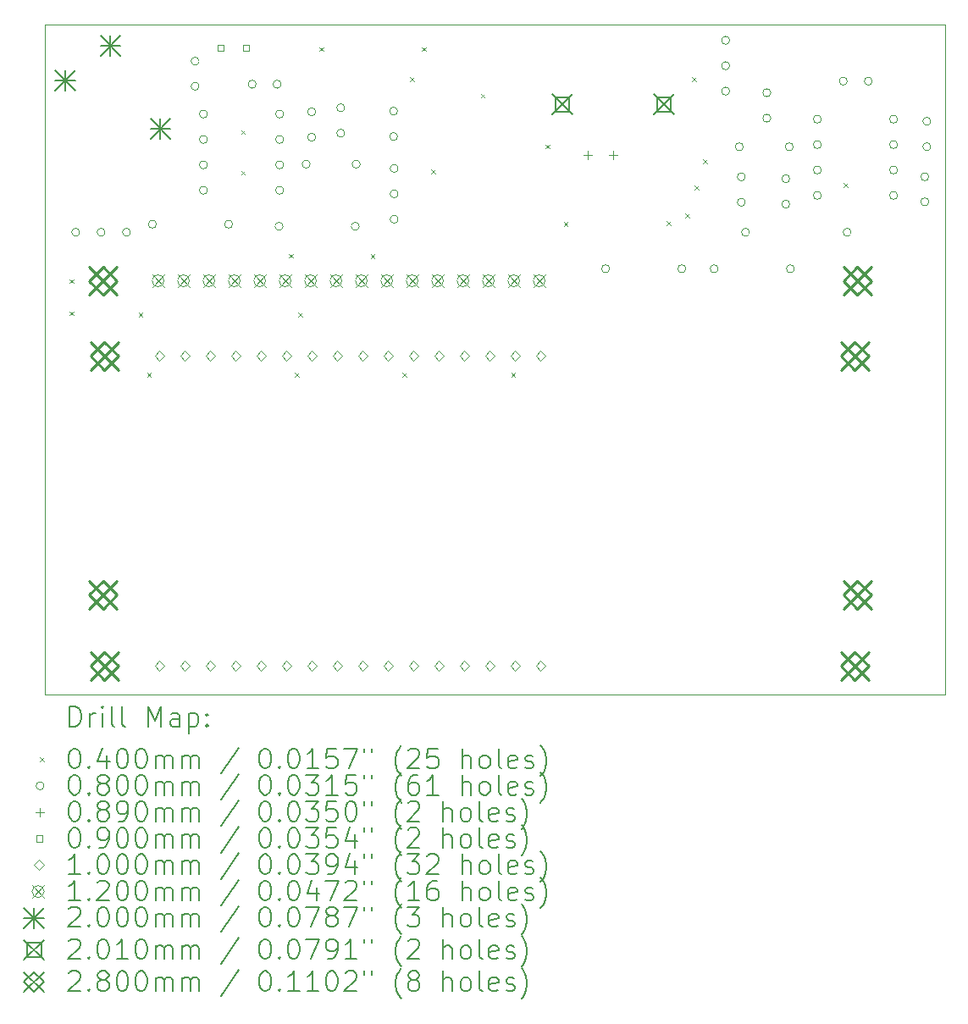
<source format=gbr>
%TF.GenerationSoftware,KiCad,Pcbnew,(6.0.7)*%
%TF.CreationDate,2022-12-08T20:23:21-08:00*%
%TF.ProjectId,TR interface,54522069-6e74-4657-9266-6163652e6b69,rev?*%
%TF.SameCoordinates,Original*%
%TF.FileFunction,Drillmap*%
%TF.FilePolarity,Positive*%
%FSLAX45Y45*%
G04 Gerber Fmt 4.5, Leading zero omitted, Abs format (unit mm)*
G04 Created by KiCad (PCBNEW (6.0.7)) date 2022-12-08 20:23:21*
%MOMM*%
%LPD*%
G01*
G04 APERTURE LIST*
%ADD10C,0.100000*%
%ADD11C,0.200000*%
%ADD12C,0.040000*%
%ADD13C,0.080000*%
%ADD14C,0.089000*%
%ADD15C,0.090000*%
%ADD16C,0.120000*%
%ADD17C,0.201000*%
%ADD18C,0.280000*%
G04 APERTURE END LIST*
D10*
X3280000Y-2130000D02*
X12280000Y-2130000D01*
X12280000Y-2130000D02*
X12280000Y-8830000D01*
X12280000Y-8830000D02*
X3280000Y-8830000D01*
X3280000Y-8830000D02*
X3280000Y-2130000D01*
D11*
D12*
X3530000Y-4675000D02*
X3570000Y-4715000D01*
X3570000Y-4675000D02*
X3530000Y-4715000D01*
X3530000Y-4995000D02*
X3570000Y-5035000D01*
X3570000Y-4995000D02*
X3530000Y-5035000D01*
X4220000Y-5010000D02*
X4260000Y-5050000D01*
X4260000Y-5010000D02*
X4220000Y-5050000D01*
X4305000Y-5610000D02*
X4345000Y-5650000D01*
X4345000Y-5610000D02*
X4305000Y-5650000D01*
X5245000Y-3185000D02*
X5285000Y-3225000D01*
X5285000Y-3185000D02*
X5245000Y-3225000D01*
X5245000Y-3590000D02*
X5285000Y-3630000D01*
X5285000Y-3590000D02*
X5245000Y-3630000D01*
X5725000Y-4420000D02*
X5765000Y-4460000D01*
X5765000Y-4420000D02*
X5725000Y-4460000D01*
X5780000Y-5610000D02*
X5820000Y-5650000D01*
X5820000Y-5610000D02*
X5780000Y-5650000D01*
X5815000Y-5010000D02*
X5855000Y-5050000D01*
X5855000Y-5010000D02*
X5815000Y-5050000D01*
X6030000Y-2355000D02*
X6070000Y-2395000D01*
X6070000Y-2355000D02*
X6030000Y-2395000D01*
X6540000Y-4425000D02*
X6580000Y-4465000D01*
X6580000Y-4425000D02*
X6540000Y-4465000D01*
X6860000Y-5610000D02*
X6900000Y-5650000D01*
X6900000Y-5610000D02*
X6860000Y-5650000D01*
X6935000Y-2655000D02*
X6975000Y-2695000D01*
X6975000Y-2655000D02*
X6935000Y-2695000D01*
X7055000Y-2355000D02*
X7095000Y-2395000D01*
X7095000Y-2355000D02*
X7055000Y-2395000D01*
X7145000Y-3580000D02*
X7185000Y-3620000D01*
X7185000Y-3580000D02*
X7145000Y-3620000D01*
X7640000Y-2820000D02*
X7680000Y-2860000D01*
X7680000Y-2820000D02*
X7640000Y-2860000D01*
X7945000Y-5610000D02*
X7985000Y-5650000D01*
X7985000Y-5610000D02*
X7945000Y-5650000D01*
X8288000Y-3327000D02*
X8328000Y-3367000D01*
X8328000Y-3327000D02*
X8288000Y-3367000D01*
X8470000Y-4100000D02*
X8510000Y-4140000D01*
X8510000Y-4100000D02*
X8470000Y-4140000D01*
X9500467Y-4096467D02*
X9540467Y-4136467D01*
X9540467Y-4096467D02*
X9500467Y-4136467D01*
X9685000Y-4020000D02*
X9725000Y-4060000D01*
X9725000Y-4020000D02*
X9685000Y-4060000D01*
X9750000Y-2655000D02*
X9790000Y-2695000D01*
X9790000Y-2655000D02*
X9750000Y-2695000D01*
X9780000Y-3740000D02*
X9820000Y-3780000D01*
X9820000Y-3740000D02*
X9780000Y-3780000D01*
X9865000Y-3475000D02*
X9905000Y-3515000D01*
X9905000Y-3475000D02*
X9865000Y-3515000D01*
X11270000Y-3715000D02*
X11310000Y-3755000D01*
X11310000Y-3715000D02*
X11270000Y-3755000D01*
D13*
X3631000Y-4204000D02*
G75*
G03*
X3631000Y-4204000I-40000J0D01*
G01*
X3885000Y-4204000D02*
G75*
G03*
X3885000Y-4204000I-40000J0D01*
G01*
X4139000Y-4204000D02*
G75*
G03*
X4139000Y-4204000I-40000J0D01*
G01*
X4398000Y-4125000D02*
G75*
G03*
X4398000Y-4125000I-40000J0D01*
G01*
X4825000Y-2495000D02*
G75*
G03*
X4825000Y-2495000I-40000J0D01*
G01*
X4825000Y-2745000D02*
G75*
G03*
X4825000Y-2745000I-40000J0D01*
G01*
X4908000Y-3023000D02*
G75*
G03*
X4908000Y-3023000I-40000J0D01*
G01*
X4908000Y-3277000D02*
G75*
G03*
X4908000Y-3277000I-40000J0D01*
G01*
X4908000Y-3531000D02*
G75*
G03*
X4908000Y-3531000I-40000J0D01*
G01*
X4908000Y-3785000D02*
G75*
G03*
X4908000Y-3785000I-40000J0D01*
G01*
X5160000Y-4125000D02*
G75*
G03*
X5160000Y-4125000I-40000J0D01*
G01*
X5395000Y-2725000D02*
G75*
G03*
X5395000Y-2725000I-40000J0D01*
G01*
X5645000Y-2725000D02*
G75*
G03*
X5645000Y-2725000I-40000J0D01*
G01*
X5664000Y-4145000D02*
G75*
G03*
X5664000Y-4145000I-40000J0D01*
G01*
X5670000Y-3023000D02*
G75*
G03*
X5670000Y-3023000I-40000J0D01*
G01*
X5670000Y-3277000D02*
G75*
G03*
X5670000Y-3277000I-40000J0D01*
G01*
X5670000Y-3531000D02*
G75*
G03*
X5670000Y-3531000I-40000J0D01*
G01*
X5670000Y-3785000D02*
G75*
G03*
X5670000Y-3785000I-40000J0D01*
G01*
X5935000Y-3525000D02*
G75*
G03*
X5935000Y-3525000I-40000J0D01*
G01*
X5990000Y-3000000D02*
G75*
G03*
X5990000Y-3000000I-40000J0D01*
G01*
X5990000Y-3254000D02*
G75*
G03*
X5990000Y-3254000I-40000J0D01*
G01*
X6280000Y-2960500D02*
G75*
G03*
X6280000Y-2960500I-40000J0D01*
G01*
X6280000Y-3214500D02*
G75*
G03*
X6280000Y-3214500I-40000J0D01*
G01*
X6426000Y-4145000D02*
G75*
G03*
X6426000Y-4145000I-40000J0D01*
G01*
X6435000Y-3525000D02*
G75*
G03*
X6435000Y-3525000I-40000J0D01*
G01*
X6810000Y-2993569D02*
G75*
G03*
X6810000Y-2993569I-40000J0D01*
G01*
X6810000Y-3247569D02*
G75*
G03*
X6810000Y-3247569I-40000J0D01*
G01*
X6815000Y-3567000D02*
G75*
G03*
X6815000Y-3567000I-40000J0D01*
G01*
X6815000Y-3821000D02*
G75*
G03*
X6815000Y-3821000I-40000J0D01*
G01*
X6815000Y-4075000D02*
G75*
G03*
X6815000Y-4075000I-40000J0D01*
G01*
X8929000Y-4570000D02*
G75*
G03*
X8929000Y-4570000I-40000J0D01*
G01*
X9691000Y-4570000D02*
G75*
G03*
X9691000Y-4570000I-40000J0D01*
G01*
X10014000Y-4570000D02*
G75*
G03*
X10014000Y-4570000I-40000J0D01*
G01*
X10129000Y-2286000D02*
G75*
G03*
X10129000Y-2286000I-40000J0D01*
G01*
X10129000Y-2540000D02*
G75*
G03*
X10129000Y-2540000I-40000J0D01*
G01*
X10129000Y-2794000D02*
G75*
G03*
X10129000Y-2794000I-40000J0D01*
G01*
X10265000Y-3350000D02*
G75*
G03*
X10265000Y-3350000I-40000J0D01*
G01*
X10285000Y-3651000D02*
G75*
G03*
X10285000Y-3651000I-40000J0D01*
G01*
X10285000Y-3905000D02*
G75*
G03*
X10285000Y-3905000I-40000J0D01*
G01*
X10327000Y-4205000D02*
G75*
G03*
X10327000Y-4205000I-40000J0D01*
G01*
X10540000Y-2810000D02*
G75*
G03*
X10540000Y-2810000I-40000J0D01*
G01*
X10540000Y-3064000D02*
G75*
G03*
X10540000Y-3064000I-40000J0D01*
G01*
X10730000Y-3670000D02*
G75*
G03*
X10730000Y-3670000I-40000J0D01*
G01*
X10730000Y-3924000D02*
G75*
G03*
X10730000Y-3924000I-40000J0D01*
G01*
X10765000Y-3350000D02*
G75*
G03*
X10765000Y-3350000I-40000J0D01*
G01*
X10776000Y-4570000D02*
G75*
G03*
X10776000Y-4570000I-40000J0D01*
G01*
X11045000Y-3075000D02*
G75*
G03*
X11045000Y-3075000I-40000J0D01*
G01*
X11045000Y-3329000D02*
G75*
G03*
X11045000Y-3329000I-40000J0D01*
G01*
X11045000Y-3583000D02*
G75*
G03*
X11045000Y-3583000I-40000J0D01*
G01*
X11045000Y-3837000D02*
G75*
G03*
X11045000Y-3837000I-40000J0D01*
G01*
X11305000Y-2695000D02*
G75*
G03*
X11305000Y-2695000I-40000J0D01*
G01*
X11343000Y-4205000D02*
G75*
G03*
X11343000Y-4205000I-40000J0D01*
G01*
X11555000Y-2695000D02*
G75*
G03*
X11555000Y-2695000I-40000J0D01*
G01*
X11807000Y-3075000D02*
G75*
G03*
X11807000Y-3075000I-40000J0D01*
G01*
X11807000Y-3329000D02*
G75*
G03*
X11807000Y-3329000I-40000J0D01*
G01*
X11807000Y-3583000D02*
G75*
G03*
X11807000Y-3583000I-40000J0D01*
G01*
X11807000Y-3837000D02*
G75*
G03*
X11807000Y-3837000I-40000J0D01*
G01*
X12120000Y-3650000D02*
G75*
G03*
X12120000Y-3650000I-40000J0D01*
G01*
X12120000Y-3900000D02*
G75*
G03*
X12120000Y-3900000I-40000J0D01*
G01*
X12140000Y-3095500D02*
G75*
G03*
X12140000Y-3095500I-40000J0D01*
G01*
X12140000Y-3349500D02*
G75*
G03*
X12140000Y-3349500I-40000J0D01*
G01*
D14*
X8711000Y-3389650D02*
X8711000Y-3478650D01*
X8666500Y-3434150D02*
X8755500Y-3434150D01*
X8965000Y-3389650D02*
X8965000Y-3478650D01*
X8920500Y-3434150D02*
X9009500Y-3434150D01*
D15*
X5070320Y-2391820D02*
X5070320Y-2328180D01*
X5006680Y-2328180D01*
X5006680Y-2391820D01*
X5070320Y-2391820D01*
X5324320Y-2391820D02*
X5324320Y-2328180D01*
X5260680Y-2328180D01*
X5260680Y-2391820D01*
X5324320Y-2391820D01*
D10*
X4430000Y-5490000D02*
X4480000Y-5440000D01*
X4430000Y-5390000D01*
X4380000Y-5440000D01*
X4430000Y-5490000D01*
X4430000Y-8590000D02*
X4480000Y-8540000D01*
X4430000Y-8490000D01*
X4380000Y-8540000D01*
X4430000Y-8590000D01*
X4684000Y-5490000D02*
X4734000Y-5440000D01*
X4684000Y-5390000D01*
X4634000Y-5440000D01*
X4684000Y-5490000D01*
X4684000Y-8590000D02*
X4734000Y-8540000D01*
X4684000Y-8490000D01*
X4634000Y-8540000D01*
X4684000Y-8590000D01*
X4938000Y-5490000D02*
X4988000Y-5440000D01*
X4938000Y-5390000D01*
X4888000Y-5440000D01*
X4938000Y-5490000D01*
X4938000Y-8590000D02*
X4988000Y-8540000D01*
X4938000Y-8490000D01*
X4888000Y-8540000D01*
X4938000Y-8590000D01*
X5192000Y-5490000D02*
X5242000Y-5440000D01*
X5192000Y-5390000D01*
X5142000Y-5440000D01*
X5192000Y-5490000D01*
X5192000Y-8590000D02*
X5242000Y-8540000D01*
X5192000Y-8490000D01*
X5142000Y-8540000D01*
X5192000Y-8590000D01*
X5446000Y-5490000D02*
X5496000Y-5440000D01*
X5446000Y-5390000D01*
X5396000Y-5440000D01*
X5446000Y-5490000D01*
X5446000Y-8590000D02*
X5496000Y-8540000D01*
X5446000Y-8490000D01*
X5396000Y-8540000D01*
X5446000Y-8590000D01*
X5700000Y-5490000D02*
X5750000Y-5440000D01*
X5700000Y-5390000D01*
X5650000Y-5440000D01*
X5700000Y-5490000D01*
X5700000Y-8590000D02*
X5750000Y-8540000D01*
X5700000Y-8490000D01*
X5650000Y-8540000D01*
X5700000Y-8590000D01*
X5954000Y-5490000D02*
X6004000Y-5440000D01*
X5954000Y-5390000D01*
X5904000Y-5440000D01*
X5954000Y-5490000D01*
X5954000Y-8590000D02*
X6004000Y-8540000D01*
X5954000Y-8490000D01*
X5904000Y-8540000D01*
X5954000Y-8590000D01*
X6208000Y-5490000D02*
X6258000Y-5440000D01*
X6208000Y-5390000D01*
X6158000Y-5440000D01*
X6208000Y-5490000D01*
X6208000Y-8590000D02*
X6258000Y-8540000D01*
X6208000Y-8490000D01*
X6158000Y-8540000D01*
X6208000Y-8590000D01*
X6462000Y-5490000D02*
X6512000Y-5440000D01*
X6462000Y-5390000D01*
X6412000Y-5440000D01*
X6462000Y-5490000D01*
X6462000Y-8590000D02*
X6512000Y-8540000D01*
X6462000Y-8490000D01*
X6412000Y-8540000D01*
X6462000Y-8590000D01*
X6716000Y-5490000D02*
X6766000Y-5440000D01*
X6716000Y-5390000D01*
X6666000Y-5440000D01*
X6716000Y-5490000D01*
X6716000Y-8590000D02*
X6766000Y-8540000D01*
X6716000Y-8490000D01*
X6666000Y-8540000D01*
X6716000Y-8590000D01*
X6970000Y-5490000D02*
X7020000Y-5440000D01*
X6970000Y-5390000D01*
X6920000Y-5440000D01*
X6970000Y-5490000D01*
X6970000Y-8590000D02*
X7020000Y-8540000D01*
X6970000Y-8490000D01*
X6920000Y-8540000D01*
X6970000Y-8590000D01*
X7224000Y-5490000D02*
X7274000Y-5440000D01*
X7224000Y-5390000D01*
X7174000Y-5440000D01*
X7224000Y-5490000D01*
X7224000Y-8590000D02*
X7274000Y-8540000D01*
X7224000Y-8490000D01*
X7174000Y-8540000D01*
X7224000Y-8590000D01*
X7478000Y-5490000D02*
X7528000Y-5440000D01*
X7478000Y-5390000D01*
X7428000Y-5440000D01*
X7478000Y-5490000D01*
X7478000Y-8590000D02*
X7528000Y-8540000D01*
X7478000Y-8490000D01*
X7428000Y-8540000D01*
X7478000Y-8590000D01*
X7732000Y-5490000D02*
X7782000Y-5440000D01*
X7732000Y-5390000D01*
X7682000Y-5440000D01*
X7732000Y-5490000D01*
X7732000Y-8590000D02*
X7782000Y-8540000D01*
X7732000Y-8490000D01*
X7682000Y-8540000D01*
X7732000Y-8590000D01*
X7986000Y-5490000D02*
X8036000Y-5440000D01*
X7986000Y-5390000D01*
X7936000Y-5440000D01*
X7986000Y-5490000D01*
X7986000Y-8590000D02*
X8036000Y-8540000D01*
X7986000Y-8490000D01*
X7936000Y-8540000D01*
X7986000Y-8590000D01*
X8240000Y-5490000D02*
X8290000Y-5440000D01*
X8240000Y-5390000D01*
X8190000Y-5440000D01*
X8240000Y-5490000D01*
X8240000Y-8590000D02*
X8290000Y-8540000D01*
X8240000Y-8490000D01*
X8190000Y-8540000D01*
X8240000Y-8590000D01*
D16*
X4355000Y-4630000D02*
X4475000Y-4750000D01*
X4475000Y-4630000D02*
X4355000Y-4750000D01*
X4475000Y-4690000D02*
G75*
G03*
X4475000Y-4690000I-60000J0D01*
G01*
X4609000Y-4630000D02*
X4729000Y-4750000D01*
X4729000Y-4630000D02*
X4609000Y-4750000D01*
X4729000Y-4690000D02*
G75*
G03*
X4729000Y-4690000I-60000J0D01*
G01*
X4863000Y-4630000D02*
X4983000Y-4750000D01*
X4983000Y-4630000D02*
X4863000Y-4750000D01*
X4983000Y-4690000D02*
G75*
G03*
X4983000Y-4690000I-60000J0D01*
G01*
X5117000Y-4630000D02*
X5237000Y-4750000D01*
X5237000Y-4630000D02*
X5117000Y-4750000D01*
X5237000Y-4690000D02*
G75*
G03*
X5237000Y-4690000I-60000J0D01*
G01*
X5371000Y-4630000D02*
X5491000Y-4750000D01*
X5491000Y-4630000D02*
X5371000Y-4750000D01*
X5491000Y-4690000D02*
G75*
G03*
X5491000Y-4690000I-60000J0D01*
G01*
X5625000Y-4630000D02*
X5745000Y-4750000D01*
X5745000Y-4630000D02*
X5625000Y-4750000D01*
X5745000Y-4690000D02*
G75*
G03*
X5745000Y-4690000I-60000J0D01*
G01*
X5879000Y-4630000D02*
X5999000Y-4750000D01*
X5999000Y-4630000D02*
X5879000Y-4750000D01*
X5999000Y-4690000D02*
G75*
G03*
X5999000Y-4690000I-60000J0D01*
G01*
X6133000Y-4630000D02*
X6253000Y-4750000D01*
X6253000Y-4630000D02*
X6133000Y-4750000D01*
X6253000Y-4690000D02*
G75*
G03*
X6253000Y-4690000I-60000J0D01*
G01*
X6387000Y-4630000D02*
X6507000Y-4750000D01*
X6507000Y-4630000D02*
X6387000Y-4750000D01*
X6507000Y-4690000D02*
G75*
G03*
X6507000Y-4690000I-60000J0D01*
G01*
X6641000Y-4630000D02*
X6761000Y-4750000D01*
X6761000Y-4630000D02*
X6641000Y-4750000D01*
X6761000Y-4690000D02*
G75*
G03*
X6761000Y-4690000I-60000J0D01*
G01*
X6895000Y-4630000D02*
X7015000Y-4750000D01*
X7015000Y-4630000D02*
X6895000Y-4750000D01*
X7015000Y-4690000D02*
G75*
G03*
X7015000Y-4690000I-60000J0D01*
G01*
X7149000Y-4630000D02*
X7269000Y-4750000D01*
X7269000Y-4630000D02*
X7149000Y-4750000D01*
X7269000Y-4690000D02*
G75*
G03*
X7269000Y-4690000I-60000J0D01*
G01*
X7403000Y-4630000D02*
X7523000Y-4750000D01*
X7523000Y-4630000D02*
X7403000Y-4750000D01*
X7523000Y-4690000D02*
G75*
G03*
X7523000Y-4690000I-60000J0D01*
G01*
X7657000Y-4630000D02*
X7777000Y-4750000D01*
X7777000Y-4630000D02*
X7657000Y-4750000D01*
X7777000Y-4690000D02*
G75*
G03*
X7777000Y-4690000I-60000J0D01*
G01*
X7911000Y-4630000D02*
X8031000Y-4750000D01*
X8031000Y-4630000D02*
X7911000Y-4750000D01*
X8031000Y-4690000D02*
G75*
G03*
X8031000Y-4690000I-60000J0D01*
G01*
X8165000Y-4630000D02*
X8285000Y-4750000D01*
X8285000Y-4630000D02*
X8165000Y-4750000D01*
X8285000Y-4690000D02*
G75*
G03*
X8285000Y-4690000I-60000J0D01*
G01*
D11*
X3388210Y-2590000D02*
X3588210Y-2790000D01*
X3588210Y-2590000D02*
X3388210Y-2790000D01*
X3488210Y-2590000D02*
X3488210Y-2790000D01*
X3388210Y-2690000D02*
X3588210Y-2690000D01*
X3838210Y-2240000D02*
X4038210Y-2440000D01*
X4038210Y-2240000D02*
X3838210Y-2440000D01*
X3938210Y-2240000D02*
X3938210Y-2440000D01*
X3838210Y-2340000D02*
X4038210Y-2340000D01*
X4338210Y-3070000D02*
X4538210Y-3270000D01*
X4538210Y-3070000D02*
X4338210Y-3270000D01*
X4438210Y-3070000D02*
X4438210Y-3270000D01*
X4338210Y-3170000D02*
X4538210Y-3170000D01*
D17*
X8356500Y-2825650D02*
X8557500Y-3026650D01*
X8557500Y-2825650D02*
X8356500Y-3026650D01*
X8528065Y-2997215D02*
X8528065Y-2855085D01*
X8385935Y-2855085D01*
X8385935Y-2997215D01*
X8528065Y-2997215D01*
X9372500Y-2825650D02*
X9573500Y-3026650D01*
X9573500Y-2825650D02*
X9372500Y-3026650D01*
X9544065Y-2997215D02*
X9544065Y-2855085D01*
X9401935Y-2855085D01*
X9401935Y-2997215D01*
X9544065Y-2997215D01*
D18*
X3725090Y-4550000D02*
X4005090Y-4830000D01*
X4005090Y-4550000D02*
X3725090Y-4830000D01*
X3865090Y-4830000D02*
X4005090Y-4690000D01*
X3865090Y-4550000D01*
X3725090Y-4690000D01*
X3865090Y-4830000D01*
X3725090Y-7690070D02*
X4005090Y-7970070D01*
X4005090Y-7690070D02*
X3725090Y-7970070D01*
X3865090Y-7970070D02*
X4005090Y-7830070D01*
X3865090Y-7690070D01*
X3725090Y-7830070D01*
X3865090Y-7970070D01*
X3740000Y-5300000D02*
X4020000Y-5580000D01*
X4020000Y-5300000D02*
X3740000Y-5580000D01*
X3880000Y-5580000D02*
X4020000Y-5440000D01*
X3880000Y-5300000D01*
X3740000Y-5440000D01*
X3880000Y-5580000D01*
X3740000Y-8400000D02*
X4020000Y-8680000D01*
X4020000Y-8400000D02*
X3740000Y-8680000D01*
X3880000Y-8680000D02*
X4020000Y-8540000D01*
X3880000Y-8400000D01*
X3740000Y-8540000D01*
X3880000Y-8680000D01*
X11240000Y-5300000D02*
X11520000Y-5580000D01*
X11520000Y-5300000D02*
X11240000Y-5580000D01*
X11380000Y-5580000D02*
X11520000Y-5440000D01*
X11380000Y-5300000D01*
X11240000Y-5440000D01*
X11380000Y-5580000D01*
X11240000Y-8400000D02*
X11520000Y-8680000D01*
X11520000Y-8400000D02*
X11240000Y-8680000D01*
X11380000Y-8680000D02*
X11520000Y-8540000D01*
X11380000Y-8400000D01*
X11240000Y-8540000D01*
X11380000Y-8680000D01*
X11264948Y-7690070D02*
X11544948Y-7970070D01*
X11544948Y-7690070D02*
X11264948Y-7970070D01*
X11404948Y-7970070D02*
X11544948Y-7830070D01*
X11404948Y-7690070D01*
X11264948Y-7830070D01*
X11404948Y-7970070D01*
X11265000Y-4550000D02*
X11545000Y-4830000D01*
X11545000Y-4550000D02*
X11265000Y-4830000D01*
X11405000Y-4830000D02*
X11545000Y-4690000D01*
X11405000Y-4550000D01*
X11265000Y-4690000D01*
X11405000Y-4830000D01*
D11*
X3532619Y-9145476D02*
X3532619Y-8945476D01*
X3580238Y-8945476D01*
X3608809Y-8955000D01*
X3627857Y-8974048D01*
X3637381Y-8993095D01*
X3646905Y-9031190D01*
X3646905Y-9059762D01*
X3637381Y-9097857D01*
X3627857Y-9116905D01*
X3608809Y-9135952D01*
X3580238Y-9145476D01*
X3532619Y-9145476D01*
X3732619Y-9145476D02*
X3732619Y-9012143D01*
X3732619Y-9050238D02*
X3742143Y-9031190D01*
X3751667Y-9021667D01*
X3770714Y-9012143D01*
X3789762Y-9012143D01*
X3856428Y-9145476D02*
X3856428Y-9012143D01*
X3856428Y-8945476D02*
X3846905Y-8955000D01*
X3856428Y-8964524D01*
X3865952Y-8955000D01*
X3856428Y-8945476D01*
X3856428Y-8964524D01*
X3980238Y-9145476D02*
X3961190Y-9135952D01*
X3951667Y-9116905D01*
X3951667Y-8945476D01*
X4085000Y-9145476D02*
X4065952Y-9135952D01*
X4056428Y-9116905D01*
X4056428Y-8945476D01*
X4313571Y-9145476D02*
X4313571Y-8945476D01*
X4380238Y-9088333D01*
X4446905Y-8945476D01*
X4446905Y-9145476D01*
X4627857Y-9145476D02*
X4627857Y-9040714D01*
X4618333Y-9021667D01*
X4599286Y-9012143D01*
X4561190Y-9012143D01*
X4542143Y-9021667D01*
X4627857Y-9135952D02*
X4608810Y-9145476D01*
X4561190Y-9145476D01*
X4542143Y-9135952D01*
X4532619Y-9116905D01*
X4532619Y-9097857D01*
X4542143Y-9078810D01*
X4561190Y-9069286D01*
X4608810Y-9069286D01*
X4627857Y-9059762D01*
X4723095Y-9012143D02*
X4723095Y-9212143D01*
X4723095Y-9021667D02*
X4742143Y-9012143D01*
X4780238Y-9012143D01*
X4799286Y-9021667D01*
X4808810Y-9031190D01*
X4818333Y-9050238D01*
X4818333Y-9107381D01*
X4808810Y-9126429D01*
X4799286Y-9135952D01*
X4780238Y-9145476D01*
X4742143Y-9145476D01*
X4723095Y-9135952D01*
X4904048Y-9126429D02*
X4913571Y-9135952D01*
X4904048Y-9145476D01*
X4894524Y-9135952D01*
X4904048Y-9126429D01*
X4904048Y-9145476D01*
X4904048Y-9021667D02*
X4913571Y-9031190D01*
X4904048Y-9040714D01*
X4894524Y-9031190D01*
X4904048Y-9021667D01*
X4904048Y-9040714D01*
D12*
X3235000Y-9455000D02*
X3275000Y-9495000D01*
X3275000Y-9455000D02*
X3235000Y-9495000D01*
D11*
X3570714Y-9365476D02*
X3589762Y-9365476D01*
X3608809Y-9375000D01*
X3618333Y-9384524D01*
X3627857Y-9403571D01*
X3637381Y-9441667D01*
X3637381Y-9489286D01*
X3627857Y-9527381D01*
X3618333Y-9546429D01*
X3608809Y-9555952D01*
X3589762Y-9565476D01*
X3570714Y-9565476D01*
X3551667Y-9555952D01*
X3542143Y-9546429D01*
X3532619Y-9527381D01*
X3523095Y-9489286D01*
X3523095Y-9441667D01*
X3532619Y-9403571D01*
X3542143Y-9384524D01*
X3551667Y-9375000D01*
X3570714Y-9365476D01*
X3723095Y-9546429D02*
X3732619Y-9555952D01*
X3723095Y-9565476D01*
X3713571Y-9555952D01*
X3723095Y-9546429D01*
X3723095Y-9565476D01*
X3904048Y-9432143D02*
X3904048Y-9565476D01*
X3856428Y-9355952D02*
X3808809Y-9498810D01*
X3932619Y-9498810D01*
X4046905Y-9365476D02*
X4065952Y-9365476D01*
X4085000Y-9375000D01*
X4094524Y-9384524D01*
X4104048Y-9403571D01*
X4113571Y-9441667D01*
X4113571Y-9489286D01*
X4104048Y-9527381D01*
X4094524Y-9546429D01*
X4085000Y-9555952D01*
X4065952Y-9565476D01*
X4046905Y-9565476D01*
X4027857Y-9555952D01*
X4018333Y-9546429D01*
X4008809Y-9527381D01*
X3999286Y-9489286D01*
X3999286Y-9441667D01*
X4008809Y-9403571D01*
X4018333Y-9384524D01*
X4027857Y-9375000D01*
X4046905Y-9365476D01*
X4237381Y-9365476D02*
X4256429Y-9365476D01*
X4275476Y-9375000D01*
X4285000Y-9384524D01*
X4294524Y-9403571D01*
X4304048Y-9441667D01*
X4304048Y-9489286D01*
X4294524Y-9527381D01*
X4285000Y-9546429D01*
X4275476Y-9555952D01*
X4256429Y-9565476D01*
X4237381Y-9565476D01*
X4218333Y-9555952D01*
X4208810Y-9546429D01*
X4199286Y-9527381D01*
X4189762Y-9489286D01*
X4189762Y-9441667D01*
X4199286Y-9403571D01*
X4208810Y-9384524D01*
X4218333Y-9375000D01*
X4237381Y-9365476D01*
X4389762Y-9565476D02*
X4389762Y-9432143D01*
X4389762Y-9451190D02*
X4399286Y-9441667D01*
X4418333Y-9432143D01*
X4446905Y-9432143D01*
X4465952Y-9441667D01*
X4475476Y-9460714D01*
X4475476Y-9565476D01*
X4475476Y-9460714D02*
X4485000Y-9441667D01*
X4504048Y-9432143D01*
X4532619Y-9432143D01*
X4551667Y-9441667D01*
X4561190Y-9460714D01*
X4561190Y-9565476D01*
X4656429Y-9565476D02*
X4656429Y-9432143D01*
X4656429Y-9451190D02*
X4665952Y-9441667D01*
X4685000Y-9432143D01*
X4713571Y-9432143D01*
X4732619Y-9441667D01*
X4742143Y-9460714D01*
X4742143Y-9565476D01*
X4742143Y-9460714D02*
X4751667Y-9441667D01*
X4770714Y-9432143D01*
X4799286Y-9432143D01*
X4818333Y-9441667D01*
X4827857Y-9460714D01*
X4827857Y-9565476D01*
X5218333Y-9355952D02*
X5046905Y-9613095D01*
X5475476Y-9365476D02*
X5494524Y-9365476D01*
X5513571Y-9375000D01*
X5523095Y-9384524D01*
X5532619Y-9403571D01*
X5542143Y-9441667D01*
X5542143Y-9489286D01*
X5532619Y-9527381D01*
X5523095Y-9546429D01*
X5513571Y-9555952D01*
X5494524Y-9565476D01*
X5475476Y-9565476D01*
X5456429Y-9555952D01*
X5446905Y-9546429D01*
X5437381Y-9527381D01*
X5427857Y-9489286D01*
X5427857Y-9441667D01*
X5437381Y-9403571D01*
X5446905Y-9384524D01*
X5456429Y-9375000D01*
X5475476Y-9365476D01*
X5627857Y-9546429D02*
X5637381Y-9555952D01*
X5627857Y-9565476D01*
X5618333Y-9555952D01*
X5627857Y-9546429D01*
X5627857Y-9565476D01*
X5761190Y-9365476D02*
X5780238Y-9365476D01*
X5799286Y-9375000D01*
X5808809Y-9384524D01*
X5818333Y-9403571D01*
X5827857Y-9441667D01*
X5827857Y-9489286D01*
X5818333Y-9527381D01*
X5808809Y-9546429D01*
X5799286Y-9555952D01*
X5780238Y-9565476D01*
X5761190Y-9565476D01*
X5742143Y-9555952D01*
X5732619Y-9546429D01*
X5723095Y-9527381D01*
X5713571Y-9489286D01*
X5713571Y-9441667D01*
X5723095Y-9403571D01*
X5732619Y-9384524D01*
X5742143Y-9375000D01*
X5761190Y-9365476D01*
X6018333Y-9565476D02*
X5904048Y-9565476D01*
X5961190Y-9565476D02*
X5961190Y-9365476D01*
X5942143Y-9394048D01*
X5923095Y-9413095D01*
X5904048Y-9422619D01*
X6199286Y-9365476D02*
X6104048Y-9365476D01*
X6094524Y-9460714D01*
X6104048Y-9451190D01*
X6123095Y-9441667D01*
X6170714Y-9441667D01*
X6189762Y-9451190D01*
X6199286Y-9460714D01*
X6208809Y-9479762D01*
X6208809Y-9527381D01*
X6199286Y-9546429D01*
X6189762Y-9555952D01*
X6170714Y-9565476D01*
X6123095Y-9565476D01*
X6104048Y-9555952D01*
X6094524Y-9546429D01*
X6275476Y-9365476D02*
X6408809Y-9365476D01*
X6323095Y-9565476D01*
X6475476Y-9365476D02*
X6475476Y-9403571D01*
X6551667Y-9365476D02*
X6551667Y-9403571D01*
X6846905Y-9641667D02*
X6837381Y-9632143D01*
X6818333Y-9603571D01*
X6808809Y-9584524D01*
X6799286Y-9555952D01*
X6789762Y-9508333D01*
X6789762Y-9470238D01*
X6799286Y-9422619D01*
X6808809Y-9394048D01*
X6818333Y-9375000D01*
X6837381Y-9346429D01*
X6846905Y-9336905D01*
X6913571Y-9384524D02*
X6923095Y-9375000D01*
X6942143Y-9365476D01*
X6989762Y-9365476D01*
X7008809Y-9375000D01*
X7018333Y-9384524D01*
X7027857Y-9403571D01*
X7027857Y-9422619D01*
X7018333Y-9451190D01*
X6904048Y-9565476D01*
X7027857Y-9565476D01*
X7208809Y-9365476D02*
X7113571Y-9365476D01*
X7104048Y-9460714D01*
X7113571Y-9451190D01*
X7132619Y-9441667D01*
X7180238Y-9441667D01*
X7199286Y-9451190D01*
X7208809Y-9460714D01*
X7218333Y-9479762D01*
X7218333Y-9527381D01*
X7208809Y-9546429D01*
X7199286Y-9555952D01*
X7180238Y-9565476D01*
X7132619Y-9565476D01*
X7113571Y-9555952D01*
X7104048Y-9546429D01*
X7456428Y-9565476D02*
X7456428Y-9365476D01*
X7542143Y-9565476D02*
X7542143Y-9460714D01*
X7532619Y-9441667D01*
X7513571Y-9432143D01*
X7485000Y-9432143D01*
X7465952Y-9441667D01*
X7456428Y-9451190D01*
X7665952Y-9565476D02*
X7646905Y-9555952D01*
X7637381Y-9546429D01*
X7627857Y-9527381D01*
X7627857Y-9470238D01*
X7637381Y-9451190D01*
X7646905Y-9441667D01*
X7665952Y-9432143D01*
X7694524Y-9432143D01*
X7713571Y-9441667D01*
X7723095Y-9451190D01*
X7732619Y-9470238D01*
X7732619Y-9527381D01*
X7723095Y-9546429D01*
X7713571Y-9555952D01*
X7694524Y-9565476D01*
X7665952Y-9565476D01*
X7846905Y-9565476D02*
X7827857Y-9555952D01*
X7818333Y-9536905D01*
X7818333Y-9365476D01*
X7999286Y-9555952D02*
X7980238Y-9565476D01*
X7942143Y-9565476D01*
X7923095Y-9555952D01*
X7913571Y-9536905D01*
X7913571Y-9460714D01*
X7923095Y-9441667D01*
X7942143Y-9432143D01*
X7980238Y-9432143D01*
X7999286Y-9441667D01*
X8008809Y-9460714D01*
X8008809Y-9479762D01*
X7913571Y-9498810D01*
X8085000Y-9555952D02*
X8104048Y-9565476D01*
X8142143Y-9565476D01*
X8161190Y-9555952D01*
X8170714Y-9536905D01*
X8170714Y-9527381D01*
X8161190Y-9508333D01*
X8142143Y-9498810D01*
X8113571Y-9498810D01*
X8094524Y-9489286D01*
X8085000Y-9470238D01*
X8085000Y-9460714D01*
X8094524Y-9441667D01*
X8113571Y-9432143D01*
X8142143Y-9432143D01*
X8161190Y-9441667D01*
X8237381Y-9641667D02*
X8246905Y-9632143D01*
X8265952Y-9603571D01*
X8275476Y-9584524D01*
X8285000Y-9555952D01*
X8294524Y-9508333D01*
X8294524Y-9470238D01*
X8285000Y-9422619D01*
X8275476Y-9394048D01*
X8265952Y-9375000D01*
X8246905Y-9346429D01*
X8237381Y-9336905D01*
D13*
X3275000Y-9739000D02*
G75*
G03*
X3275000Y-9739000I-40000J0D01*
G01*
D11*
X3570714Y-9629476D02*
X3589762Y-9629476D01*
X3608809Y-9639000D01*
X3618333Y-9648524D01*
X3627857Y-9667571D01*
X3637381Y-9705667D01*
X3637381Y-9753286D01*
X3627857Y-9791381D01*
X3618333Y-9810429D01*
X3608809Y-9819952D01*
X3589762Y-9829476D01*
X3570714Y-9829476D01*
X3551667Y-9819952D01*
X3542143Y-9810429D01*
X3532619Y-9791381D01*
X3523095Y-9753286D01*
X3523095Y-9705667D01*
X3532619Y-9667571D01*
X3542143Y-9648524D01*
X3551667Y-9639000D01*
X3570714Y-9629476D01*
X3723095Y-9810429D02*
X3732619Y-9819952D01*
X3723095Y-9829476D01*
X3713571Y-9819952D01*
X3723095Y-9810429D01*
X3723095Y-9829476D01*
X3846905Y-9715190D02*
X3827857Y-9705667D01*
X3818333Y-9696143D01*
X3808809Y-9677095D01*
X3808809Y-9667571D01*
X3818333Y-9648524D01*
X3827857Y-9639000D01*
X3846905Y-9629476D01*
X3885000Y-9629476D01*
X3904048Y-9639000D01*
X3913571Y-9648524D01*
X3923095Y-9667571D01*
X3923095Y-9677095D01*
X3913571Y-9696143D01*
X3904048Y-9705667D01*
X3885000Y-9715190D01*
X3846905Y-9715190D01*
X3827857Y-9724714D01*
X3818333Y-9734238D01*
X3808809Y-9753286D01*
X3808809Y-9791381D01*
X3818333Y-9810429D01*
X3827857Y-9819952D01*
X3846905Y-9829476D01*
X3885000Y-9829476D01*
X3904048Y-9819952D01*
X3913571Y-9810429D01*
X3923095Y-9791381D01*
X3923095Y-9753286D01*
X3913571Y-9734238D01*
X3904048Y-9724714D01*
X3885000Y-9715190D01*
X4046905Y-9629476D02*
X4065952Y-9629476D01*
X4085000Y-9639000D01*
X4094524Y-9648524D01*
X4104048Y-9667571D01*
X4113571Y-9705667D01*
X4113571Y-9753286D01*
X4104048Y-9791381D01*
X4094524Y-9810429D01*
X4085000Y-9819952D01*
X4065952Y-9829476D01*
X4046905Y-9829476D01*
X4027857Y-9819952D01*
X4018333Y-9810429D01*
X4008809Y-9791381D01*
X3999286Y-9753286D01*
X3999286Y-9705667D01*
X4008809Y-9667571D01*
X4018333Y-9648524D01*
X4027857Y-9639000D01*
X4046905Y-9629476D01*
X4237381Y-9629476D02*
X4256429Y-9629476D01*
X4275476Y-9639000D01*
X4285000Y-9648524D01*
X4294524Y-9667571D01*
X4304048Y-9705667D01*
X4304048Y-9753286D01*
X4294524Y-9791381D01*
X4285000Y-9810429D01*
X4275476Y-9819952D01*
X4256429Y-9829476D01*
X4237381Y-9829476D01*
X4218333Y-9819952D01*
X4208810Y-9810429D01*
X4199286Y-9791381D01*
X4189762Y-9753286D01*
X4189762Y-9705667D01*
X4199286Y-9667571D01*
X4208810Y-9648524D01*
X4218333Y-9639000D01*
X4237381Y-9629476D01*
X4389762Y-9829476D02*
X4389762Y-9696143D01*
X4389762Y-9715190D02*
X4399286Y-9705667D01*
X4418333Y-9696143D01*
X4446905Y-9696143D01*
X4465952Y-9705667D01*
X4475476Y-9724714D01*
X4475476Y-9829476D01*
X4475476Y-9724714D02*
X4485000Y-9705667D01*
X4504048Y-9696143D01*
X4532619Y-9696143D01*
X4551667Y-9705667D01*
X4561190Y-9724714D01*
X4561190Y-9829476D01*
X4656429Y-9829476D02*
X4656429Y-9696143D01*
X4656429Y-9715190D02*
X4665952Y-9705667D01*
X4685000Y-9696143D01*
X4713571Y-9696143D01*
X4732619Y-9705667D01*
X4742143Y-9724714D01*
X4742143Y-9829476D01*
X4742143Y-9724714D02*
X4751667Y-9705667D01*
X4770714Y-9696143D01*
X4799286Y-9696143D01*
X4818333Y-9705667D01*
X4827857Y-9724714D01*
X4827857Y-9829476D01*
X5218333Y-9619952D02*
X5046905Y-9877095D01*
X5475476Y-9629476D02*
X5494524Y-9629476D01*
X5513571Y-9639000D01*
X5523095Y-9648524D01*
X5532619Y-9667571D01*
X5542143Y-9705667D01*
X5542143Y-9753286D01*
X5532619Y-9791381D01*
X5523095Y-9810429D01*
X5513571Y-9819952D01*
X5494524Y-9829476D01*
X5475476Y-9829476D01*
X5456429Y-9819952D01*
X5446905Y-9810429D01*
X5437381Y-9791381D01*
X5427857Y-9753286D01*
X5427857Y-9705667D01*
X5437381Y-9667571D01*
X5446905Y-9648524D01*
X5456429Y-9639000D01*
X5475476Y-9629476D01*
X5627857Y-9810429D02*
X5637381Y-9819952D01*
X5627857Y-9829476D01*
X5618333Y-9819952D01*
X5627857Y-9810429D01*
X5627857Y-9829476D01*
X5761190Y-9629476D02*
X5780238Y-9629476D01*
X5799286Y-9639000D01*
X5808809Y-9648524D01*
X5818333Y-9667571D01*
X5827857Y-9705667D01*
X5827857Y-9753286D01*
X5818333Y-9791381D01*
X5808809Y-9810429D01*
X5799286Y-9819952D01*
X5780238Y-9829476D01*
X5761190Y-9829476D01*
X5742143Y-9819952D01*
X5732619Y-9810429D01*
X5723095Y-9791381D01*
X5713571Y-9753286D01*
X5713571Y-9705667D01*
X5723095Y-9667571D01*
X5732619Y-9648524D01*
X5742143Y-9639000D01*
X5761190Y-9629476D01*
X5894524Y-9629476D02*
X6018333Y-9629476D01*
X5951667Y-9705667D01*
X5980238Y-9705667D01*
X5999286Y-9715190D01*
X6008809Y-9724714D01*
X6018333Y-9743762D01*
X6018333Y-9791381D01*
X6008809Y-9810429D01*
X5999286Y-9819952D01*
X5980238Y-9829476D01*
X5923095Y-9829476D01*
X5904048Y-9819952D01*
X5894524Y-9810429D01*
X6208809Y-9829476D02*
X6094524Y-9829476D01*
X6151667Y-9829476D02*
X6151667Y-9629476D01*
X6132619Y-9658048D01*
X6113571Y-9677095D01*
X6094524Y-9686619D01*
X6389762Y-9629476D02*
X6294524Y-9629476D01*
X6285000Y-9724714D01*
X6294524Y-9715190D01*
X6313571Y-9705667D01*
X6361190Y-9705667D01*
X6380238Y-9715190D01*
X6389762Y-9724714D01*
X6399286Y-9743762D01*
X6399286Y-9791381D01*
X6389762Y-9810429D01*
X6380238Y-9819952D01*
X6361190Y-9829476D01*
X6313571Y-9829476D01*
X6294524Y-9819952D01*
X6285000Y-9810429D01*
X6475476Y-9629476D02*
X6475476Y-9667571D01*
X6551667Y-9629476D02*
X6551667Y-9667571D01*
X6846905Y-9905667D02*
X6837381Y-9896143D01*
X6818333Y-9867571D01*
X6808809Y-9848524D01*
X6799286Y-9819952D01*
X6789762Y-9772333D01*
X6789762Y-9734238D01*
X6799286Y-9686619D01*
X6808809Y-9658048D01*
X6818333Y-9639000D01*
X6837381Y-9610429D01*
X6846905Y-9600905D01*
X7008809Y-9629476D02*
X6970714Y-9629476D01*
X6951667Y-9639000D01*
X6942143Y-9648524D01*
X6923095Y-9677095D01*
X6913571Y-9715190D01*
X6913571Y-9791381D01*
X6923095Y-9810429D01*
X6932619Y-9819952D01*
X6951667Y-9829476D01*
X6989762Y-9829476D01*
X7008809Y-9819952D01*
X7018333Y-9810429D01*
X7027857Y-9791381D01*
X7027857Y-9743762D01*
X7018333Y-9724714D01*
X7008809Y-9715190D01*
X6989762Y-9705667D01*
X6951667Y-9705667D01*
X6932619Y-9715190D01*
X6923095Y-9724714D01*
X6913571Y-9743762D01*
X7218333Y-9829476D02*
X7104048Y-9829476D01*
X7161190Y-9829476D02*
X7161190Y-9629476D01*
X7142143Y-9658048D01*
X7123095Y-9677095D01*
X7104048Y-9686619D01*
X7456428Y-9829476D02*
X7456428Y-9629476D01*
X7542143Y-9829476D02*
X7542143Y-9724714D01*
X7532619Y-9705667D01*
X7513571Y-9696143D01*
X7485000Y-9696143D01*
X7465952Y-9705667D01*
X7456428Y-9715190D01*
X7665952Y-9829476D02*
X7646905Y-9819952D01*
X7637381Y-9810429D01*
X7627857Y-9791381D01*
X7627857Y-9734238D01*
X7637381Y-9715190D01*
X7646905Y-9705667D01*
X7665952Y-9696143D01*
X7694524Y-9696143D01*
X7713571Y-9705667D01*
X7723095Y-9715190D01*
X7732619Y-9734238D01*
X7732619Y-9791381D01*
X7723095Y-9810429D01*
X7713571Y-9819952D01*
X7694524Y-9829476D01*
X7665952Y-9829476D01*
X7846905Y-9829476D02*
X7827857Y-9819952D01*
X7818333Y-9800905D01*
X7818333Y-9629476D01*
X7999286Y-9819952D02*
X7980238Y-9829476D01*
X7942143Y-9829476D01*
X7923095Y-9819952D01*
X7913571Y-9800905D01*
X7913571Y-9724714D01*
X7923095Y-9705667D01*
X7942143Y-9696143D01*
X7980238Y-9696143D01*
X7999286Y-9705667D01*
X8008809Y-9724714D01*
X8008809Y-9743762D01*
X7913571Y-9762810D01*
X8085000Y-9819952D02*
X8104048Y-9829476D01*
X8142143Y-9829476D01*
X8161190Y-9819952D01*
X8170714Y-9800905D01*
X8170714Y-9791381D01*
X8161190Y-9772333D01*
X8142143Y-9762810D01*
X8113571Y-9762810D01*
X8094524Y-9753286D01*
X8085000Y-9734238D01*
X8085000Y-9724714D01*
X8094524Y-9705667D01*
X8113571Y-9696143D01*
X8142143Y-9696143D01*
X8161190Y-9705667D01*
X8237381Y-9905667D02*
X8246905Y-9896143D01*
X8265952Y-9867571D01*
X8275476Y-9848524D01*
X8285000Y-9819952D01*
X8294524Y-9772333D01*
X8294524Y-9734238D01*
X8285000Y-9686619D01*
X8275476Y-9658048D01*
X8265952Y-9639000D01*
X8246905Y-9610429D01*
X8237381Y-9600905D01*
D14*
X3230500Y-9958500D02*
X3230500Y-10047500D01*
X3186000Y-10003000D02*
X3275000Y-10003000D01*
D11*
X3570714Y-9893476D02*
X3589762Y-9893476D01*
X3608809Y-9903000D01*
X3618333Y-9912524D01*
X3627857Y-9931571D01*
X3637381Y-9969667D01*
X3637381Y-10017286D01*
X3627857Y-10055381D01*
X3618333Y-10074429D01*
X3608809Y-10083952D01*
X3589762Y-10093476D01*
X3570714Y-10093476D01*
X3551667Y-10083952D01*
X3542143Y-10074429D01*
X3532619Y-10055381D01*
X3523095Y-10017286D01*
X3523095Y-9969667D01*
X3532619Y-9931571D01*
X3542143Y-9912524D01*
X3551667Y-9903000D01*
X3570714Y-9893476D01*
X3723095Y-10074429D02*
X3732619Y-10083952D01*
X3723095Y-10093476D01*
X3713571Y-10083952D01*
X3723095Y-10074429D01*
X3723095Y-10093476D01*
X3846905Y-9979190D02*
X3827857Y-9969667D01*
X3818333Y-9960143D01*
X3808809Y-9941095D01*
X3808809Y-9931571D01*
X3818333Y-9912524D01*
X3827857Y-9903000D01*
X3846905Y-9893476D01*
X3885000Y-9893476D01*
X3904048Y-9903000D01*
X3913571Y-9912524D01*
X3923095Y-9931571D01*
X3923095Y-9941095D01*
X3913571Y-9960143D01*
X3904048Y-9969667D01*
X3885000Y-9979190D01*
X3846905Y-9979190D01*
X3827857Y-9988714D01*
X3818333Y-9998238D01*
X3808809Y-10017286D01*
X3808809Y-10055381D01*
X3818333Y-10074429D01*
X3827857Y-10083952D01*
X3846905Y-10093476D01*
X3885000Y-10093476D01*
X3904048Y-10083952D01*
X3913571Y-10074429D01*
X3923095Y-10055381D01*
X3923095Y-10017286D01*
X3913571Y-9998238D01*
X3904048Y-9988714D01*
X3885000Y-9979190D01*
X4018333Y-10093476D02*
X4056428Y-10093476D01*
X4075476Y-10083952D01*
X4085000Y-10074429D01*
X4104048Y-10045857D01*
X4113571Y-10007762D01*
X4113571Y-9931571D01*
X4104048Y-9912524D01*
X4094524Y-9903000D01*
X4075476Y-9893476D01*
X4037381Y-9893476D01*
X4018333Y-9903000D01*
X4008809Y-9912524D01*
X3999286Y-9931571D01*
X3999286Y-9979190D01*
X4008809Y-9998238D01*
X4018333Y-10007762D01*
X4037381Y-10017286D01*
X4075476Y-10017286D01*
X4094524Y-10007762D01*
X4104048Y-9998238D01*
X4113571Y-9979190D01*
X4237381Y-9893476D02*
X4256429Y-9893476D01*
X4275476Y-9903000D01*
X4285000Y-9912524D01*
X4294524Y-9931571D01*
X4304048Y-9969667D01*
X4304048Y-10017286D01*
X4294524Y-10055381D01*
X4285000Y-10074429D01*
X4275476Y-10083952D01*
X4256429Y-10093476D01*
X4237381Y-10093476D01*
X4218333Y-10083952D01*
X4208810Y-10074429D01*
X4199286Y-10055381D01*
X4189762Y-10017286D01*
X4189762Y-9969667D01*
X4199286Y-9931571D01*
X4208810Y-9912524D01*
X4218333Y-9903000D01*
X4237381Y-9893476D01*
X4389762Y-10093476D02*
X4389762Y-9960143D01*
X4389762Y-9979190D02*
X4399286Y-9969667D01*
X4418333Y-9960143D01*
X4446905Y-9960143D01*
X4465952Y-9969667D01*
X4475476Y-9988714D01*
X4475476Y-10093476D01*
X4475476Y-9988714D02*
X4485000Y-9969667D01*
X4504048Y-9960143D01*
X4532619Y-9960143D01*
X4551667Y-9969667D01*
X4561190Y-9988714D01*
X4561190Y-10093476D01*
X4656429Y-10093476D02*
X4656429Y-9960143D01*
X4656429Y-9979190D02*
X4665952Y-9969667D01*
X4685000Y-9960143D01*
X4713571Y-9960143D01*
X4732619Y-9969667D01*
X4742143Y-9988714D01*
X4742143Y-10093476D01*
X4742143Y-9988714D02*
X4751667Y-9969667D01*
X4770714Y-9960143D01*
X4799286Y-9960143D01*
X4818333Y-9969667D01*
X4827857Y-9988714D01*
X4827857Y-10093476D01*
X5218333Y-9883952D02*
X5046905Y-10141095D01*
X5475476Y-9893476D02*
X5494524Y-9893476D01*
X5513571Y-9903000D01*
X5523095Y-9912524D01*
X5532619Y-9931571D01*
X5542143Y-9969667D01*
X5542143Y-10017286D01*
X5532619Y-10055381D01*
X5523095Y-10074429D01*
X5513571Y-10083952D01*
X5494524Y-10093476D01*
X5475476Y-10093476D01*
X5456429Y-10083952D01*
X5446905Y-10074429D01*
X5437381Y-10055381D01*
X5427857Y-10017286D01*
X5427857Y-9969667D01*
X5437381Y-9931571D01*
X5446905Y-9912524D01*
X5456429Y-9903000D01*
X5475476Y-9893476D01*
X5627857Y-10074429D02*
X5637381Y-10083952D01*
X5627857Y-10093476D01*
X5618333Y-10083952D01*
X5627857Y-10074429D01*
X5627857Y-10093476D01*
X5761190Y-9893476D02*
X5780238Y-9893476D01*
X5799286Y-9903000D01*
X5808809Y-9912524D01*
X5818333Y-9931571D01*
X5827857Y-9969667D01*
X5827857Y-10017286D01*
X5818333Y-10055381D01*
X5808809Y-10074429D01*
X5799286Y-10083952D01*
X5780238Y-10093476D01*
X5761190Y-10093476D01*
X5742143Y-10083952D01*
X5732619Y-10074429D01*
X5723095Y-10055381D01*
X5713571Y-10017286D01*
X5713571Y-9969667D01*
X5723095Y-9931571D01*
X5732619Y-9912524D01*
X5742143Y-9903000D01*
X5761190Y-9893476D01*
X5894524Y-9893476D02*
X6018333Y-9893476D01*
X5951667Y-9969667D01*
X5980238Y-9969667D01*
X5999286Y-9979190D01*
X6008809Y-9988714D01*
X6018333Y-10007762D01*
X6018333Y-10055381D01*
X6008809Y-10074429D01*
X5999286Y-10083952D01*
X5980238Y-10093476D01*
X5923095Y-10093476D01*
X5904048Y-10083952D01*
X5894524Y-10074429D01*
X6199286Y-9893476D02*
X6104048Y-9893476D01*
X6094524Y-9988714D01*
X6104048Y-9979190D01*
X6123095Y-9969667D01*
X6170714Y-9969667D01*
X6189762Y-9979190D01*
X6199286Y-9988714D01*
X6208809Y-10007762D01*
X6208809Y-10055381D01*
X6199286Y-10074429D01*
X6189762Y-10083952D01*
X6170714Y-10093476D01*
X6123095Y-10093476D01*
X6104048Y-10083952D01*
X6094524Y-10074429D01*
X6332619Y-9893476D02*
X6351667Y-9893476D01*
X6370714Y-9903000D01*
X6380238Y-9912524D01*
X6389762Y-9931571D01*
X6399286Y-9969667D01*
X6399286Y-10017286D01*
X6389762Y-10055381D01*
X6380238Y-10074429D01*
X6370714Y-10083952D01*
X6351667Y-10093476D01*
X6332619Y-10093476D01*
X6313571Y-10083952D01*
X6304048Y-10074429D01*
X6294524Y-10055381D01*
X6285000Y-10017286D01*
X6285000Y-9969667D01*
X6294524Y-9931571D01*
X6304048Y-9912524D01*
X6313571Y-9903000D01*
X6332619Y-9893476D01*
X6475476Y-9893476D02*
X6475476Y-9931571D01*
X6551667Y-9893476D02*
X6551667Y-9931571D01*
X6846905Y-10169667D02*
X6837381Y-10160143D01*
X6818333Y-10131571D01*
X6808809Y-10112524D01*
X6799286Y-10083952D01*
X6789762Y-10036333D01*
X6789762Y-9998238D01*
X6799286Y-9950619D01*
X6808809Y-9922048D01*
X6818333Y-9903000D01*
X6837381Y-9874429D01*
X6846905Y-9864905D01*
X6913571Y-9912524D02*
X6923095Y-9903000D01*
X6942143Y-9893476D01*
X6989762Y-9893476D01*
X7008809Y-9903000D01*
X7018333Y-9912524D01*
X7027857Y-9931571D01*
X7027857Y-9950619D01*
X7018333Y-9979190D01*
X6904048Y-10093476D01*
X7027857Y-10093476D01*
X7265952Y-10093476D02*
X7265952Y-9893476D01*
X7351667Y-10093476D02*
X7351667Y-9988714D01*
X7342143Y-9969667D01*
X7323095Y-9960143D01*
X7294524Y-9960143D01*
X7275476Y-9969667D01*
X7265952Y-9979190D01*
X7475476Y-10093476D02*
X7456428Y-10083952D01*
X7446905Y-10074429D01*
X7437381Y-10055381D01*
X7437381Y-9998238D01*
X7446905Y-9979190D01*
X7456428Y-9969667D01*
X7475476Y-9960143D01*
X7504048Y-9960143D01*
X7523095Y-9969667D01*
X7532619Y-9979190D01*
X7542143Y-9998238D01*
X7542143Y-10055381D01*
X7532619Y-10074429D01*
X7523095Y-10083952D01*
X7504048Y-10093476D01*
X7475476Y-10093476D01*
X7656428Y-10093476D02*
X7637381Y-10083952D01*
X7627857Y-10064905D01*
X7627857Y-9893476D01*
X7808809Y-10083952D02*
X7789762Y-10093476D01*
X7751667Y-10093476D01*
X7732619Y-10083952D01*
X7723095Y-10064905D01*
X7723095Y-9988714D01*
X7732619Y-9969667D01*
X7751667Y-9960143D01*
X7789762Y-9960143D01*
X7808809Y-9969667D01*
X7818333Y-9988714D01*
X7818333Y-10007762D01*
X7723095Y-10026810D01*
X7894524Y-10083952D02*
X7913571Y-10093476D01*
X7951667Y-10093476D01*
X7970714Y-10083952D01*
X7980238Y-10064905D01*
X7980238Y-10055381D01*
X7970714Y-10036333D01*
X7951667Y-10026810D01*
X7923095Y-10026810D01*
X7904048Y-10017286D01*
X7894524Y-9998238D01*
X7894524Y-9988714D01*
X7904048Y-9969667D01*
X7923095Y-9960143D01*
X7951667Y-9960143D01*
X7970714Y-9969667D01*
X8046905Y-10169667D02*
X8056428Y-10160143D01*
X8075476Y-10131571D01*
X8085000Y-10112524D01*
X8094524Y-10083952D01*
X8104048Y-10036333D01*
X8104048Y-9998238D01*
X8094524Y-9950619D01*
X8085000Y-9922048D01*
X8075476Y-9903000D01*
X8056428Y-9874429D01*
X8046905Y-9864905D01*
D15*
X3261820Y-10298820D02*
X3261820Y-10235180D01*
X3198180Y-10235180D01*
X3198180Y-10298820D01*
X3261820Y-10298820D01*
D11*
X3570714Y-10157476D02*
X3589762Y-10157476D01*
X3608809Y-10167000D01*
X3618333Y-10176524D01*
X3627857Y-10195571D01*
X3637381Y-10233667D01*
X3637381Y-10281286D01*
X3627857Y-10319381D01*
X3618333Y-10338429D01*
X3608809Y-10347952D01*
X3589762Y-10357476D01*
X3570714Y-10357476D01*
X3551667Y-10347952D01*
X3542143Y-10338429D01*
X3532619Y-10319381D01*
X3523095Y-10281286D01*
X3523095Y-10233667D01*
X3532619Y-10195571D01*
X3542143Y-10176524D01*
X3551667Y-10167000D01*
X3570714Y-10157476D01*
X3723095Y-10338429D02*
X3732619Y-10347952D01*
X3723095Y-10357476D01*
X3713571Y-10347952D01*
X3723095Y-10338429D01*
X3723095Y-10357476D01*
X3827857Y-10357476D02*
X3865952Y-10357476D01*
X3885000Y-10347952D01*
X3894524Y-10338429D01*
X3913571Y-10309857D01*
X3923095Y-10271762D01*
X3923095Y-10195571D01*
X3913571Y-10176524D01*
X3904048Y-10167000D01*
X3885000Y-10157476D01*
X3846905Y-10157476D01*
X3827857Y-10167000D01*
X3818333Y-10176524D01*
X3808809Y-10195571D01*
X3808809Y-10243190D01*
X3818333Y-10262238D01*
X3827857Y-10271762D01*
X3846905Y-10281286D01*
X3885000Y-10281286D01*
X3904048Y-10271762D01*
X3913571Y-10262238D01*
X3923095Y-10243190D01*
X4046905Y-10157476D02*
X4065952Y-10157476D01*
X4085000Y-10167000D01*
X4094524Y-10176524D01*
X4104048Y-10195571D01*
X4113571Y-10233667D01*
X4113571Y-10281286D01*
X4104048Y-10319381D01*
X4094524Y-10338429D01*
X4085000Y-10347952D01*
X4065952Y-10357476D01*
X4046905Y-10357476D01*
X4027857Y-10347952D01*
X4018333Y-10338429D01*
X4008809Y-10319381D01*
X3999286Y-10281286D01*
X3999286Y-10233667D01*
X4008809Y-10195571D01*
X4018333Y-10176524D01*
X4027857Y-10167000D01*
X4046905Y-10157476D01*
X4237381Y-10157476D02*
X4256429Y-10157476D01*
X4275476Y-10167000D01*
X4285000Y-10176524D01*
X4294524Y-10195571D01*
X4304048Y-10233667D01*
X4304048Y-10281286D01*
X4294524Y-10319381D01*
X4285000Y-10338429D01*
X4275476Y-10347952D01*
X4256429Y-10357476D01*
X4237381Y-10357476D01*
X4218333Y-10347952D01*
X4208810Y-10338429D01*
X4199286Y-10319381D01*
X4189762Y-10281286D01*
X4189762Y-10233667D01*
X4199286Y-10195571D01*
X4208810Y-10176524D01*
X4218333Y-10167000D01*
X4237381Y-10157476D01*
X4389762Y-10357476D02*
X4389762Y-10224143D01*
X4389762Y-10243190D02*
X4399286Y-10233667D01*
X4418333Y-10224143D01*
X4446905Y-10224143D01*
X4465952Y-10233667D01*
X4475476Y-10252714D01*
X4475476Y-10357476D01*
X4475476Y-10252714D02*
X4485000Y-10233667D01*
X4504048Y-10224143D01*
X4532619Y-10224143D01*
X4551667Y-10233667D01*
X4561190Y-10252714D01*
X4561190Y-10357476D01*
X4656429Y-10357476D02*
X4656429Y-10224143D01*
X4656429Y-10243190D02*
X4665952Y-10233667D01*
X4685000Y-10224143D01*
X4713571Y-10224143D01*
X4732619Y-10233667D01*
X4742143Y-10252714D01*
X4742143Y-10357476D01*
X4742143Y-10252714D02*
X4751667Y-10233667D01*
X4770714Y-10224143D01*
X4799286Y-10224143D01*
X4818333Y-10233667D01*
X4827857Y-10252714D01*
X4827857Y-10357476D01*
X5218333Y-10147952D02*
X5046905Y-10405095D01*
X5475476Y-10157476D02*
X5494524Y-10157476D01*
X5513571Y-10167000D01*
X5523095Y-10176524D01*
X5532619Y-10195571D01*
X5542143Y-10233667D01*
X5542143Y-10281286D01*
X5532619Y-10319381D01*
X5523095Y-10338429D01*
X5513571Y-10347952D01*
X5494524Y-10357476D01*
X5475476Y-10357476D01*
X5456429Y-10347952D01*
X5446905Y-10338429D01*
X5437381Y-10319381D01*
X5427857Y-10281286D01*
X5427857Y-10233667D01*
X5437381Y-10195571D01*
X5446905Y-10176524D01*
X5456429Y-10167000D01*
X5475476Y-10157476D01*
X5627857Y-10338429D02*
X5637381Y-10347952D01*
X5627857Y-10357476D01*
X5618333Y-10347952D01*
X5627857Y-10338429D01*
X5627857Y-10357476D01*
X5761190Y-10157476D02*
X5780238Y-10157476D01*
X5799286Y-10167000D01*
X5808809Y-10176524D01*
X5818333Y-10195571D01*
X5827857Y-10233667D01*
X5827857Y-10281286D01*
X5818333Y-10319381D01*
X5808809Y-10338429D01*
X5799286Y-10347952D01*
X5780238Y-10357476D01*
X5761190Y-10357476D01*
X5742143Y-10347952D01*
X5732619Y-10338429D01*
X5723095Y-10319381D01*
X5713571Y-10281286D01*
X5713571Y-10233667D01*
X5723095Y-10195571D01*
X5732619Y-10176524D01*
X5742143Y-10167000D01*
X5761190Y-10157476D01*
X5894524Y-10157476D02*
X6018333Y-10157476D01*
X5951667Y-10233667D01*
X5980238Y-10233667D01*
X5999286Y-10243190D01*
X6008809Y-10252714D01*
X6018333Y-10271762D01*
X6018333Y-10319381D01*
X6008809Y-10338429D01*
X5999286Y-10347952D01*
X5980238Y-10357476D01*
X5923095Y-10357476D01*
X5904048Y-10347952D01*
X5894524Y-10338429D01*
X6199286Y-10157476D02*
X6104048Y-10157476D01*
X6094524Y-10252714D01*
X6104048Y-10243190D01*
X6123095Y-10233667D01*
X6170714Y-10233667D01*
X6189762Y-10243190D01*
X6199286Y-10252714D01*
X6208809Y-10271762D01*
X6208809Y-10319381D01*
X6199286Y-10338429D01*
X6189762Y-10347952D01*
X6170714Y-10357476D01*
X6123095Y-10357476D01*
X6104048Y-10347952D01*
X6094524Y-10338429D01*
X6380238Y-10224143D02*
X6380238Y-10357476D01*
X6332619Y-10147952D02*
X6285000Y-10290810D01*
X6408809Y-10290810D01*
X6475476Y-10157476D02*
X6475476Y-10195571D01*
X6551667Y-10157476D02*
X6551667Y-10195571D01*
X6846905Y-10433667D02*
X6837381Y-10424143D01*
X6818333Y-10395571D01*
X6808809Y-10376524D01*
X6799286Y-10347952D01*
X6789762Y-10300333D01*
X6789762Y-10262238D01*
X6799286Y-10214619D01*
X6808809Y-10186048D01*
X6818333Y-10167000D01*
X6837381Y-10138429D01*
X6846905Y-10128905D01*
X6913571Y-10176524D02*
X6923095Y-10167000D01*
X6942143Y-10157476D01*
X6989762Y-10157476D01*
X7008809Y-10167000D01*
X7018333Y-10176524D01*
X7027857Y-10195571D01*
X7027857Y-10214619D01*
X7018333Y-10243190D01*
X6904048Y-10357476D01*
X7027857Y-10357476D01*
X7265952Y-10357476D02*
X7265952Y-10157476D01*
X7351667Y-10357476D02*
X7351667Y-10252714D01*
X7342143Y-10233667D01*
X7323095Y-10224143D01*
X7294524Y-10224143D01*
X7275476Y-10233667D01*
X7265952Y-10243190D01*
X7475476Y-10357476D02*
X7456428Y-10347952D01*
X7446905Y-10338429D01*
X7437381Y-10319381D01*
X7437381Y-10262238D01*
X7446905Y-10243190D01*
X7456428Y-10233667D01*
X7475476Y-10224143D01*
X7504048Y-10224143D01*
X7523095Y-10233667D01*
X7532619Y-10243190D01*
X7542143Y-10262238D01*
X7542143Y-10319381D01*
X7532619Y-10338429D01*
X7523095Y-10347952D01*
X7504048Y-10357476D01*
X7475476Y-10357476D01*
X7656428Y-10357476D02*
X7637381Y-10347952D01*
X7627857Y-10328905D01*
X7627857Y-10157476D01*
X7808809Y-10347952D02*
X7789762Y-10357476D01*
X7751667Y-10357476D01*
X7732619Y-10347952D01*
X7723095Y-10328905D01*
X7723095Y-10252714D01*
X7732619Y-10233667D01*
X7751667Y-10224143D01*
X7789762Y-10224143D01*
X7808809Y-10233667D01*
X7818333Y-10252714D01*
X7818333Y-10271762D01*
X7723095Y-10290810D01*
X7894524Y-10347952D02*
X7913571Y-10357476D01*
X7951667Y-10357476D01*
X7970714Y-10347952D01*
X7980238Y-10328905D01*
X7980238Y-10319381D01*
X7970714Y-10300333D01*
X7951667Y-10290810D01*
X7923095Y-10290810D01*
X7904048Y-10281286D01*
X7894524Y-10262238D01*
X7894524Y-10252714D01*
X7904048Y-10233667D01*
X7923095Y-10224143D01*
X7951667Y-10224143D01*
X7970714Y-10233667D01*
X8046905Y-10433667D02*
X8056428Y-10424143D01*
X8075476Y-10395571D01*
X8085000Y-10376524D01*
X8094524Y-10347952D01*
X8104048Y-10300333D01*
X8104048Y-10262238D01*
X8094524Y-10214619D01*
X8085000Y-10186048D01*
X8075476Y-10167000D01*
X8056428Y-10138429D01*
X8046905Y-10128905D01*
D10*
X3225000Y-10581000D02*
X3275000Y-10531000D01*
X3225000Y-10481000D01*
X3175000Y-10531000D01*
X3225000Y-10581000D01*
D11*
X3637381Y-10621476D02*
X3523095Y-10621476D01*
X3580238Y-10621476D02*
X3580238Y-10421476D01*
X3561190Y-10450048D01*
X3542143Y-10469095D01*
X3523095Y-10478619D01*
X3723095Y-10602429D02*
X3732619Y-10611952D01*
X3723095Y-10621476D01*
X3713571Y-10611952D01*
X3723095Y-10602429D01*
X3723095Y-10621476D01*
X3856428Y-10421476D02*
X3875476Y-10421476D01*
X3894524Y-10431000D01*
X3904048Y-10440524D01*
X3913571Y-10459571D01*
X3923095Y-10497667D01*
X3923095Y-10545286D01*
X3913571Y-10583381D01*
X3904048Y-10602429D01*
X3894524Y-10611952D01*
X3875476Y-10621476D01*
X3856428Y-10621476D01*
X3837381Y-10611952D01*
X3827857Y-10602429D01*
X3818333Y-10583381D01*
X3808809Y-10545286D01*
X3808809Y-10497667D01*
X3818333Y-10459571D01*
X3827857Y-10440524D01*
X3837381Y-10431000D01*
X3856428Y-10421476D01*
X4046905Y-10421476D02*
X4065952Y-10421476D01*
X4085000Y-10431000D01*
X4094524Y-10440524D01*
X4104048Y-10459571D01*
X4113571Y-10497667D01*
X4113571Y-10545286D01*
X4104048Y-10583381D01*
X4094524Y-10602429D01*
X4085000Y-10611952D01*
X4065952Y-10621476D01*
X4046905Y-10621476D01*
X4027857Y-10611952D01*
X4018333Y-10602429D01*
X4008809Y-10583381D01*
X3999286Y-10545286D01*
X3999286Y-10497667D01*
X4008809Y-10459571D01*
X4018333Y-10440524D01*
X4027857Y-10431000D01*
X4046905Y-10421476D01*
X4237381Y-10421476D02*
X4256429Y-10421476D01*
X4275476Y-10431000D01*
X4285000Y-10440524D01*
X4294524Y-10459571D01*
X4304048Y-10497667D01*
X4304048Y-10545286D01*
X4294524Y-10583381D01*
X4285000Y-10602429D01*
X4275476Y-10611952D01*
X4256429Y-10621476D01*
X4237381Y-10621476D01*
X4218333Y-10611952D01*
X4208810Y-10602429D01*
X4199286Y-10583381D01*
X4189762Y-10545286D01*
X4189762Y-10497667D01*
X4199286Y-10459571D01*
X4208810Y-10440524D01*
X4218333Y-10431000D01*
X4237381Y-10421476D01*
X4389762Y-10621476D02*
X4389762Y-10488143D01*
X4389762Y-10507190D02*
X4399286Y-10497667D01*
X4418333Y-10488143D01*
X4446905Y-10488143D01*
X4465952Y-10497667D01*
X4475476Y-10516714D01*
X4475476Y-10621476D01*
X4475476Y-10516714D02*
X4485000Y-10497667D01*
X4504048Y-10488143D01*
X4532619Y-10488143D01*
X4551667Y-10497667D01*
X4561190Y-10516714D01*
X4561190Y-10621476D01*
X4656429Y-10621476D02*
X4656429Y-10488143D01*
X4656429Y-10507190D02*
X4665952Y-10497667D01*
X4685000Y-10488143D01*
X4713571Y-10488143D01*
X4732619Y-10497667D01*
X4742143Y-10516714D01*
X4742143Y-10621476D01*
X4742143Y-10516714D02*
X4751667Y-10497667D01*
X4770714Y-10488143D01*
X4799286Y-10488143D01*
X4818333Y-10497667D01*
X4827857Y-10516714D01*
X4827857Y-10621476D01*
X5218333Y-10411952D02*
X5046905Y-10669095D01*
X5475476Y-10421476D02*
X5494524Y-10421476D01*
X5513571Y-10431000D01*
X5523095Y-10440524D01*
X5532619Y-10459571D01*
X5542143Y-10497667D01*
X5542143Y-10545286D01*
X5532619Y-10583381D01*
X5523095Y-10602429D01*
X5513571Y-10611952D01*
X5494524Y-10621476D01*
X5475476Y-10621476D01*
X5456429Y-10611952D01*
X5446905Y-10602429D01*
X5437381Y-10583381D01*
X5427857Y-10545286D01*
X5427857Y-10497667D01*
X5437381Y-10459571D01*
X5446905Y-10440524D01*
X5456429Y-10431000D01*
X5475476Y-10421476D01*
X5627857Y-10602429D02*
X5637381Y-10611952D01*
X5627857Y-10621476D01*
X5618333Y-10611952D01*
X5627857Y-10602429D01*
X5627857Y-10621476D01*
X5761190Y-10421476D02*
X5780238Y-10421476D01*
X5799286Y-10431000D01*
X5808809Y-10440524D01*
X5818333Y-10459571D01*
X5827857Y-10497667D01*
X5827857Y-10545286D01*
X5818333Y-10583381D01*
X5808809Y-10602429D01*
X5799286Y-10611952D01*
X5780238Y-10621476D01*
X5761190Y-10621476D01*
X5742143Y-10611952D01*
X5732619Y-10602429D01*
X5723095Y-10583381D01*
X5713571Y-10545286D01*
X5713571Y-10497667D01*
X5723095Y-10459571D01*
X5732619Y-10440524D01*
X5742143Y-10431000D01*
X5761190Y-10421476D01*
X5894524Y-10421476D02*
X6018333Y-10421476D01*
X5951667Y-10497667D01*
X5980238Y-10497667D01*
X5999286Y-10507190D01*
X6008809Y-10516714D01*
X6018333Y-10535762D01*
X6018333Y-10583381D01*
X6008809Y-10602429D01*
X5999286Y-10611952D01*
X5980238Y-10621476D01*
X5923095Y-10621476D01*
X5904048Y-10611952D01*
X5894524Y-10602429D01*
X6113571Y-10621476D02*
X6151667Y-10621476D01*
X6170714Y-10611952D01*
X6180238Y-10602429D01*
X6199286Y-10573857D01*
X6208809Y-10535762D01*
X6208809Y-10459571D01*
X6199286Y-10440524D01*
X6189762Y-10431000D01*
X6170714Y-10421476D01*
X6132619Y-10421476D01*
X6113571Y-10431000D01*
X6104048Y-10440524D01*
X6094524Y-10459571D01*
X6094524Y-10507190D01*
X6104048Y-10526238D01*
X6113571Y-10535762D01*
X6132619Y-10545286D01*
X6170714Y-10545286D01*
X6189762Y-10535762D01*
X6199286Y-10526238D01*
X6208809Y-10507190D01*
X6380238Y-10488143D02*
X6380238Y-10621476D01*
X6332619Y-10411952D02*
X6285000Y-10554810D01*
X6408809Y-10554810D01*
X6475476Y-10421476D02*
X6475476Y-10459571D01*
X6551667Y-10421476D02*
X6551667Y-10459571D01*
X6846905Y-10697667D02*
X6837381Y-10688143D01*
X6818333Y-10659571D01*
X6808809Y-10640524D01*
X6799286Y-10611952D01*
X6789762Y-10564333D01*
X6789762Y-10526238D01*
X6799286Y-10478619D01*
X6808809Y-10450048D01*
X6818333Y-10431000D01*
X6837381Y-10402429D01*
X6846905Y-10392905D01*
X6904048Y-10421476D02*
X7027857Y-10421476D01*
X6961190Y-10497667D01*
X6989762Y-10497667D01*
X7008809Y-10507190D01*
X7018333Y-10516714D01*
X7027857Y-10535762D01*
X7027857Y-10583381D01*
X7018333Y-10602429D01*
X7008809Y-10611952D01*
X6989762Y-10621476D01*
X6932619Y-10621476D01*
X6913571Y-10611952D01*
X6904048Y-10602429D01*
X7104048Y-10440524D02*
X7113571Y-10431000D01*
X7132619Y-10421476D01*
X7180238Y-10421476D01*
X7199286Y-10431000D01*
X7208809Y-10440524D01*
X7218333Y-10459571D01*
X7218333Y-10478619D01*
X7208809Y-10507190D01*
X7094524Y-10621476D01*
X7218333Y-10621476D01*
X7456428Y-10621476D02*
X7456428Y-10421476D01*
X7542143Y-10621476D02*
X7542143Y-10516714D01*
X7532619Y-10497667D01*
X7513571Y-10488143D01*
X7485000Y-10488143D01*
X7465952Y-10497667D01*
X7456428Y-10507190D01*
X7665952Y-10621476D02*
X7646905Y-10611952D01*
X7637381Y-10602429D01*
X7627857Y-10583381D01*
X7627857Y-10526238D01*
X7637381Y-10507190D01*
X7646905Y-10497667D01*
X7665952Y-10488143D01*
X7694524Y-10488143D01*
X7713571Y-10497667D01*
X7723095Y-10507190D01*
X7732619Y-10526238D01*
X7732619Y-10583381D01*
X7723095Y-10602429D01*
X7713571Y-10611952D01*
X7694524Y-10621476D01*
X7665952Y-10621476D01*
X7846905Y-10621476D02*
X7827857Y-10611952D01*
X7818333Y-10592905D01*
X7818333Y-10421476D01*
X7999286Y-10611952D02*
X7980238Y-10621476D01*
X7942143Y-10621476D01*
X7923095Y-10611952D01*
X7913571Y-10592905D01*
X7913571Y-10516714D01*
X7923095Y-10497667D01*
X7942143Y-10488143D01*
X7980238Y-10488143D01*
X7999286Y-10497667D01*
X8008809Y-10516714D01*
X8008809Y-10535762D01*
X7913571Y-10554810D01*
X8085000Y-10611952D02*
X8104048Y-10621476D01*
X8142143Y-10621476D01*
X8161190Y-10611952D01*
X8170714Y-10592905D01*
X8170714Y-10583381D01*
X8161190Y-10564333D01*
X8142143Y-10554810D01*
X8113571Y-10554810D01*
X8094524Y-10545286D01*
X8085000Y-10526238D01*
X8085000Y-10516714D01*
X8094524Y-10497667D01*
X8113571Y-10488143D01*
X8142143Y-10488143D01*
X8161190Y-10497667D01*
X8237381Y-10697667D02*
X8246905Y-10688143D01*
X8265952Y-10659571D01*
X8275476Y-10640524D01*
X8285000Y-10611952D01*
X8294524Y-10564333D01*
X8294524Y-10526238D01*
X8285000Y-10478619D01*
X8275476Y-10450048D01*
X8265952Y-10431000D01*
X8246905Y-10402429D01*
X8237381Y-10392905D01*
D16*
X3155000Y-10735000D02*
X3275000Y-10855000D01*
X3275000Y-10735000D02*
X3155000Y-10855000D01*
X3275000Y-10795000D02*
G75*
G03*
X3275000Y-10795000I-60000J0D01*
G01*
D11*
X3637381Y-10885476D02*
X3523095Y-10885476D01*
X3580238Y-10885476D02*
X3580238Y-10685476D01*
X3561190Y-10714048D01*
X3542143Y-10733095D01*
X3523095Y-10742619D01*
X3723095Y-10866429D02*
X3732619Y-10875952D01*
X3723095Y-10885476D01*
X3713571Y-10875952D01*
X3723095Y-10866429D01*
X3723095Y-10885476D01*
X3808809Y-10704524D02*
X3818333Y-10695000D01*
X3837381Y-10685476D01*
X3885000Y-10685476D01*
X3904048Y-10695000D01*
X3913571Y-10704524D01*
X3923095Y-10723571D01*
X3923095Y-10742619D01*
X3913571Y-10771190D01*
X3799286Y-10885476D01*
X3923095Y-10885476D01*
X4046905Y-10685476D02*
X4065952Y-10685476D01*
X4085000Y-10695000D01*
X4094524Y-10704524D01*
X4104048Y-10723571D01*
X4113571Y-10761667D01*
X4113571Y-10809286D01*
X4104048Y-10847381D01*
X4094524Y-10866429D01*
X4085000Y-10875952D01*
X4065952Y-10885476D01*
X4046905Y-10885476D01*
X4027857Y-10875952D01*
X4018333Y-10866429D01*
X4008809Y-10847381D01*
X3999286Y-10809286D01*
X3999286Y-10761667D01*
X4008809Y-10723571D01*
X4018333Y-10704524D01*
X4027857Y-10695000D01*
X4046905Y-10685476D01*
X4237381Y-10685476D02*
X4256429Y-10685476D01*
X4275476Y-10695000D01*
X4285000Y-10704524D01*
X4294524Y-10723571D01*
X4304048Y-10761667D01*
X4304048Y-10809286D01*
X4294524Y-10847381D01*
X4285000Y-10866429D01*
X4275476Y-10875952D01*
X4256429Y-10885476D01*
X4237381Y-10885476D01*
X4218333Y-10875952D01*
X4208810Y-10866429D01*
X4199286Y-10847381D01*
X4189762Y-10809286D01*
X4189762Y-10761667D01*
X4199286Y-10723571D01*
X4208810Y-10704524D01*
X4218333Y-10695000D01*
X4237381Y-10685476D01*
X4389762Y-10885476D02*
X4389762Y-10752143D01*
X4389762Y-10771190D02*
X4399286Y-10761667D01*
X4418333Y-10752143D01*
X4446905Y-10752143D01*
X4465952Y-10761667D01*
X4475476Y-10780714D01*
X4475476Y-10885476D01*
X4475476Y-10780714D02*
X4485000Y-10761667D01*
X4504048Y-10752143D01*
X4532619Y-10752143D01*
X4551667Y-10761667D01*
X4561190Y-10780714D01*
X4561190Y-10885476D01*
X4656429Y-10885476D02*
X4656429Y-10752143D01*
X4656429Y-10771190D02*
X4665952Y-10761667D01*
X4685000Y-10752143D01*
X4713571Y-10752143D01*
X4732619Y-10761667D01*
X4742143Y-10780714D01*
X4742143Y-10885476D01*
X4742143Y-10780714D02*
X4751667Y-10761667D01*
X4770714Y-10752143D01*
X4799286Y-10752143D01*
X4818333Y-10761667D01*
X4827857Y-10780714D01*
X4827857Y-10885476D01*
X5218333Y-10675952D02*
X5046905Y-10933095D01*
X5475476Y-10685476D02*
X5494524Y-10685476D01*
X5513571Y-10695000D01*
X5523095Y-10704524D01*
X5532619Y-10723571D01*
X5542143Y-10761667D01*
X5542143Y-10809286D01*
X5532619Y-10847381D01*
X5523095Y-10866429D01*
X5513571Y-10875952D01*
X5494524Y-10885476D01*
X5475476Y-10885476D01*
X5456429Y-10875952D01*
X5446905Y-10866429D01*
X5437381Y-10847381D01*
X5427857Y-10809286D01*
X5427857Y-10761667D01*
X5437381Y-10723571D01*
X5446905Y-10704524D01*
X5456429Y-10695000D01*
X5475476Y-10685476D01*
X5627857Y-10866429D02*
X5637381Y-10875952D01*
X5627857Y-10885476D01*
X5618333Y-10875952D01*
X5627857Y-10866429D01*
X5627857Y-10885476D01*
X5761190Y-10685476D02*
X5780238Y-10685476D01*
X5799286Y-10695000D01*
X5808809Y-10704524D01*
X5818333Y-10723571D01*
X5827857Y-10761667D01*
X5827857Y-10809286D01*
X5818333Y-10847381D01*
X5808809Y-10866429D01*
X5799286Y-10875952D01*
X5780238Y-10885476D01*
X5761190Y-10885476D01*
X5742143Y-10875952D01*
X5732619Y-10866429D01*
X5723095Y-10847381D01*
X5713571Y-10809286D01*
X5713571Y-10761667D01*
X5723095Y-10723571D01*
X5732619Y-10704524D01*
X5742143Y-10695000D01*
X5761190Y-10685476D01*
X5999286Y-10752143D02*
X5999286Y-10885476D01*
X5951667Y-10675952D02*
X5904048Y-10818810D01*
X6027857Y-10818810D01*
X6085000Y-10685476D02*
X6218333Y-10685476D01*
X6132619Y-10885476D01*
X6285000Y-10704524D02*
X6294524Y-10695000D01*
X6313571Y-10685476D01*
X6361190Y-10685476D01*
X6380238Y-10695000D01*
X6389762Y-10704524D01*
X6399286Y-10723571D01*
X6399286Y-10742619D01*
X6389762Y-10771190D01*
X6275476Y-10885476D01*
X6399286Y-10885476D01*
X6475476Y-10685476D02*
X6475476Y-10723571D01*
X6551667Y-10685476D02*
X6551667Y-10723571D01*
X6846905Y-10961667D02*
X6837381Y-10952143D01*
X6818333Y-10923571D01*
X6808809Y-10904524D01*
X6799286Y-10875952D01*
X6789762Y-10828333D01*
X6789762Y-10790238D01*
X6799286Y-10742619D01*
X6808809Y-10714048D01*
X6818333Y-10695000D01*
X6837381Y-10666429D01*
X6846905Y-10656905D01*
X7027857Y-10885476D02*
X6913571Y-10885476D01*
X6970714Y-10885476D02*
X6970714Y-10685476D01*
X6951667Y-10714048D01*
X6932619Y-10733095D01*
X6913571Y-10742619D01*
X7199286Y-10685476D02*
X7161190Y-10685476D01*
X7142143Y-10695000D01*
X7132619Y-10704524D01*
X7113571Y-10733095D01*
X7104048Y-10771190D01*
X7104048Y-10847381D01*
X7113571Y-10866429D01*
X7123095Y-10875952D01*
X7142143Y-10885476D01*
X7180238Y-10885476D01*
X7199286Y-10875952D01*
X7208809Y-10866429D01*
X7218333Y-10847381D01*
X7218333Y-10799762D01*
X7208809Y-10780714D01*
X7199286Y-10771190D01*
X7180238Y-10761667D01*
X7142143Y-10761667D01*
X7123095Y-10771190D01*
X7113571Y-10780714D01*
X7104048Y-10799762D01*
X7456428Y-10885476D02*
X7456428Y-10685476D01*
X7542143Y-10885476D02*
X7542143Y-10780714D01*
X7532619Y-10761667D01*
X7513571Y-10752143D01*
X7485000Y-10752143D01*
X7465952Y-10761667D01*
X7456428Y-10771190D01*
X7665952Y-10885476D02*
X7646905Y-10875952D01*
X7637381Y-10866429D01*
X7627857Y-10847381D01*
X7627857Y-10790238D01*
X7637381Y-10771190D01*
X7646905Y-10761667D01*
X7665952Y-10752143D01*
X7694524Y-10752143D01*
X7713571Y-10761667D01*
X7723095Y-10771190D01*
X7732619Y-10790238D01*
X7732619Y-10847381D01*
X7723095Y-10866429D01*
X7713571Y-10875952D01*
X7694524Y-10885476D01*
X7665952Y-10885476D01*
X7846905Y-10885476D02*
X7827857Y-10875952D01*
X7818333Y-10856905D01*
X7818333Y-10685476D01*
X7999286Y-10875952D02*
X7980238Y-10885476D01*
X7942143Y-10885476D01*
X7923095Y-10875952D01*
X7913571Y-10856905D01*
X7913571Y-10780714D01*
X7923095Y-10761667D01*
X7942143Y-10752143D01*
X7980238Y-10752143D01*
X7999286Y-10761667D01*
X8008809Y-10780714D01*
X8008809Y-10799762D01*
X7913571Y-10818810D01*
X8085000Y-10875952D02*
X8104048Y-10885476D01*
X8142143Y-10885476D01*
X8161190Y-10875952D01*
X8170714Y-10856905D01*
X8170714Y-10847381D01*
X8161190Y-10828333D01*
X8142143Y-10818810D01*
X8113571Y-10818810D01*
X8094524Y-10809286D01*
X8085000Y-10790238D01*
X8085000Y-10780714D01*
X8094524Y-10761667D01*
X8113571Y-10752143D01*
X8142143Y-10752143D01*
X8161190Y-10761667D01*
X8237381Y-10961667D02*
X8246905Y-10952143D01*
X8265952Y-10923571D01*
X8275476Y-10904524D01*
X8285000Y-10875952D01*
X8294524Y-10828333D01*
X8294524Y-10790238D01*
X8285000Y-10742619D01*
X8275476Y-10714048D01*
X8265952Y-10695000D01*
X8246905Y-10666429D01*
X8237381Y-10656905D01*
X3075000Y-10959000D02*
X3275000Y-11159000D01*
X3275000Y-10959000D02*
X3075000Y-11159000D01*
X3175000Y-10959000D02*
X3175000Y-11159000D01*
X3075000Y-11059000D02*
X3275000Y-11059000D01*
X3523095Y-10968524D02*
X3532619Y-10959000D01*
X3551667Y-10949476D01*
X3599286Y-10949476D01*
X3618333Y-10959000D01*
X3627857Y-10968524D01*
X3637381Y-10987571D01*
X3637381Y-11006619D01*
X3627857Y-11035190D01*
X3513571Y-11149476D01*
X3637381Y-11149476D01*
X3723095Y-11130429D02*
X3732619Y-11139952D01*
X3723095Y-11149476D01*
X3713571Y-11139952D01*
X3723095Y-11130429D01*
X3723095Y-11149476D01*
X3856428Y-10949476D02*
X3875476Y-10949476D01*
X3894524Y-10959000D01*
X3904048Y-10968524D01*
X3913571Y-10987571D01*
X3923095Y-11025667D01*
X3923095Y-11073286D01*
X3913571Y-11111381D01*
X3904048Y-11130429D01*
X3894524Y-11139952D01*
X3875476Y-11149476D01*
X3856428Y-11149476D01*
X3837381Y-11139952D01*
X3827857Y-11130429D01*
X3818333Y-11111381D01*
X3808809Y-11073286D01*
X3808809Y-11025667D01*
X3818333Y-10987571D01*
X3827857Y-10968524D01*
X3837381Y-10959000D01*
X3856428Y-10949476D01*
X4046905Y-10949476D02*
X4065952Y-10949476D01*
X4085000Y-10959000D01*
X4094524Y-10968524D01*
X4104048Y-10987571D01*
X4113571Y-11025667D01*
X4113571Y-11073286D01*
X4104048Y-11111381D01*
X4094524Y-11130429D01*
X4085000Y-11139952D01*
X4065952Y-11149476D01*
X4046905Y-11149476D01*
X4027857Y-11139952D01*
X4018333Y-11130429D01*
X4008809Y-11111381D01*
X3999286Y-11073286D01*
X3999286Y-11025667D01*
X4008809Y-10987571D01*
X4018333Y-10968524D01*
X4027857Y-10959000D01*
X4046905Y-10949476D01*
X4237381Y-10949476D02*
X4256429Y-10949476D01*
X4275476Y-10959000D01*
X4285000Y-10968524D01*
X4294524Y-10987571D01*
X4304048Y-11025667D01*
X4304048Y-11073286D01*
X4294524Y-11111381D01*
X4285000Y-11130429D01*
X4275476Y-11139952D01*
X4256429Y-11149476D01*
X4237381Y-11149476D01*
X4218333Y-11139952D01*
X4208810Y-11130429D01*
X4199286Y-11111381D01*
X4189762Y-11073286D01*
X4189762Y-11025667D01*
X4199286Y-10987571D01*
X4208810Y-10968524D01*
X4218333Y-10959000D01*
X4237381Y-10949476D01*
X4389762Y-11149476D02*
X4389762Y-11016143D01*
X4389762Y-11035190D02*
X4399286Y-11025667D01*
X4418333Y-11016143D01*
X4446905Y-11016143D01*
X4465952Y-11025667D01*
X4475476Y-11044714D01*
X4475476Y-11149476D01*
X4475476Y-11044714D02*
X4485000Y-11025667D01*
X4504048Y-11016143D01*
X4532619Y-11016143D01*
X4551667Y-11025667D01*
X4561190Y-11044714D01*
X4561190Y-11149476D01*
X4656429Y-11149476D02*
X4656429Y-11016143D01*
X4656429Y-11035190D02*
X4665952Y-11025667D01*
X4685000Y-11016143D01*
X4713571Y-11016143D01*
X4732619Y-11025667D01*
X4742143Y-11044714D01*
X4742143Y-11149476D01*
X4742143Y-11044714D02*
X4751667Y-11025667D01*
X4770714Y-11016143D01*
X4799286Y-11016143D01*
X4818333Y-11025667D01*
X4827857Y-11044714D01*
X4827857Y-11149476D01*
X5218333Y-10939952D02*
X5046905Y-11197095D01*
X5475476Y-10949476D02*
X5494524Y-10949476D01*
X5513571Y-10959000D01*
X5523095Y-10968524D01*
X5532619Y-10987571D01*
X5542143Y-11025667D01*
X5542143Y-11073286D01*
X5532619Y-11111381D01*
X5523095Y-11130429D01*
X5513571Y-11139952D01*
X5494524Y-11149476D01*
X5475476Y-11149476D01*
X5456429Y-11139952D01*
X5446905Y-11130429D01*
X5437381Y-11111381D01*
X5427857Y-11073286D01*
X5427857Y-11025667D01*
X5437381Y-10987571D01*
X5446905Y-10968524D01*
X5456429Y-10959000D01*
X5475476Y-10949476D01*
X5627857Y-11130429D02*
X5637381Y-11139952D01*
X5627857Y-11149476D01*
X5618333Y-11139952D01*
X5627857Y-11130429D01*
X5627857Y-11149476D01*
X5761190Y-10949476D02*
X5780238Y-10949476D01*
X5799286Y-10959000D01*
X5808809Y-10968524D01*
X5818333Y-10987571D01*
X5827857Y-11025667D01*
X5827857Y-11073286D01*
X5818333Y-11111381D01*
X5808809Y-11130429D01*
X5799286Y-11139952D01*
X5780238Y-11149476D01*
X5761190Y-11149476D01*
X5742143Y-11139952D01*
X5732619Y-11130429D01*
X5723095Y-11111381D01*
X5713571Y-11073286D01*
X5713571Y-11025667D01*
X5723095Y-10987571D01*
X5732619Y-10968524D01*
X5742143Y-10959000D01*
X5761190Y-10949476D01*
X5894524Y-10949476D02*
X6027857Y-10949476D01*
X5942143Y-11149476D01*
X6132619Y-11035190D02*
X6113571Y-11025667D01*
X6104048Y-11016143D01*
X6094524Y-10997095D01*
X6094524Y-10987571D01*
X6104048Y-10968524D01*
X6113571Y-10959000D01*
X6132619Y-10949476D01*
X6170714Y-10949476D01*
X6189762Y-10959000D01*
X6199286Y-10968524D01*
X6208809Y-10987571D01*
X6208809Y-10997095D01*
X6199286Y-11016143D01*
X6189762Y-11025667D01*
X6170714Y-11035190D01*
X6132619Y-11035190D01*
X6113571Y-11044714D01*
X6104048Y-11054238D01*
X6094524Y-11073286D01*
X6094524Y-11111381D01*
X6104048Y-11130429D01*
X6113571Y-11139952D01*
X6132619Y-11149476D01*
X6170714Y-11149476D01*
X6189762Y-11139952D01*
X6199286Y-11130429D01*
X6208809Y-11111381D01*
X6208809Y-11073286D01*
X6199286Y-11054238D01*
X6189762Y-11044714D01*
X6170714Y-11035190D01*
X6275476Y-10949476D02*
X6408809Y-10949476D01*
X6323095Y-11149476D01*
X6475476Y-10949476D02*
X6475476Y-10987571D01*
X6551667Y-10949476D02*
X6551667Y-10987571D01*
X6846905Y-11225667D02*
X6837381Y-11216143D01*
X6818333Y-11187571D01*
X6808809Y-11168524D01*
X6799286Y-11139952D01*
X6789762Y-11092333D01*
X6789762Y-11054238D01*
X6799286Y-11006619D01*
X6808809Y-10978048D01*
X6818333Y-10959000D01*
X6837381Y-10930429D01*
X6846905Y-10920905D01*
X6904048Y-10949476D02*
X7027857Y-10949476D01*
X6961190Y-11025667D01*
X6989762Y-11025667D01*
X7008809Y-11035190D01*
X7018333Y-11044714D01*
X7027857Y-11063762D01*
X7027857Y-11111381D01*
X7018333Y-11130429D01*
X7008809Y-11139952D01*
X6989762Y-11149476D01*
X6932619Y-11149476D01*
X6913571Y-11139952D01*
X6904048Y-11130429D01*
X7265952Y-11149476D02*
X7265952Y-10949476D01*
X7351667Y-11149476D02*
X7351667Y-11044714D01*
X7342143Y-11025667D01*
X7323095Y-11016143D01*
X7294524Y-11016143D01*
X7275476Y-11025667D01*
X7265952Y-11035190D01*
X7475476Y-11149476D02*
X7456428Y-11139952D01*
X7446905Y-11130429D01*
X7437381Y-11111381D01*
X7437381Y-11054238D01*
X7446905Y-11035190D01*
X7456428Y-11025667D01*
X7475476Y-11016143D01*
X7504048Y-11016143D01*
X7523095Y-11025667D01*
X7532619Y-11035190D01*
X7542143Y-11054238D01*
X7542143Y-11111381D01*
X7532619Y-11130429D01*
X7523095Y-11139952D01*
X7504048Y-11149476D01*
X7475476Y-11149476D01*
X7656428Y-11149476D02*
X7637381Y-11139952D01*
X7627857Y-11120905D01*
X7627857Y-10949476D01*
X7808809Y-11139952D02*
X7789762Y-11149476D01*
X7751667Y-11149476D01*
X7732619Y-11139952D01*
X7723095Y-11120905D01*
X7723095Y-11044714D01*
X7732619Y-11025667D01*
X7751667Y-11016143D01*
X7789762Y-11016143D01*
X7808809Y-11025667D01*
X7818333Y-11044714D01*
X7818333Y-11063762D01*
X7723095Y-11082810D01*
X7894524Y-11139952D02*
X7913571Y-11149476D01*
X7951667Y-11149476D01*
X7970714Y-11139952D01*
X7980238Y-11120905D01*
X7980238Y-11111381D01*
X7970714Y-11092333D01*
X7951667Y-11082810D01*
X7923095Y-11082810D01*
X7904048Y-11073286D01*
X7894524Y-11054238D01*
X7894524Y-11044714D01*
X7904048Y-11025667D01*
X7923095Y-11016143D01*
X7951667Y-11016143D01*
X7970714Y-11025667D01*
X8046905Y-11225667D02*
X8056428Y-11216143D01*
X8075476Y-11187571D01*
X8085000Y-11168524D01*
X8094524Y-11139952D01*
X8104048Y-11092333D01*
X8104048Y-11054238D01*
X8094524Y-11006619D01*
X8085000Y-10978048D01*
X8075476Y-10959000D01*
X8056428Y-10930429D01*
X8046905Y-10920905D01*
X3075000Y-11279000D02*
X3275000Y-11479000D01*
X3275000Y-11279000D02*
X3075000Y-11479000D01*
X3245711Y-11449711D02*
X3245711Y-11308289D01*
X3104289Y-11308289D01*
X3104289Y-11449711D01*
X3245711Y-11449711D01*
X3523095Y-11288524D02*
X3532619Y-11279000D01*
X3551667Y-11269476D01*
X3599286Y-11269476D01*
X3618333Y-11279000D01*
X3627857Y-11288524D01*
X3637381Y-11307571D01*
X3637381Y-11326619D01*
X3627857Y-11355190D01*
X3513571Y-11469476D01*
X3637381Y-11469476D01*
X3723095Y-11450428D02*
X3732619Y-11459952D01*
X3723095Y-11469476D01*
X3713571Y-11459952D01*
X3723095Y-11450428D01*
X3723095Y-11469476D01*
X3856428Y-11269476D02*
X3875476Y-11269476D01*
X3894524Y-11279000D01*
X3904048Y-11288524D01*
X3913571Y-11307571D01*
X3923095Y-11345667D01*
X3923095Y-11393286D01*
X3913571Y-11431381D01*
X3904048Y-11450428D01*
X3894524Y-11459952D01*
X3875476Y-11469476D01*
X3856428Y-11469476D01*
X3837381Y-11459952D01*
X3827857Y-11450428D01*
X3818333Y-11431381D01*
X3808809Y-11393286D01*
X3808809Y-11345667D01*
X3818333Y-11307571D01*
X3827857Y-11288524D01*
X3837381Y-11279000D01*
X3856428Y-11269476D01*
X4113571Y-11469476D02*
X3999286Y-11469476D01*
X4056428Y-11469476D02*
X4056428Y-11269476D01*
X4037381Y-11298048D01*
X4018333Y-11317095D01*
X3999286Y-11326619D01*
X4237381Y-11269476D02*
X4256429Y-11269476D01*
X4275476Y-11279000D01*
X4285000Y-11288524D01*
X4294524Y-11307571D01*
X4304048Y-11345667D01*
X4304048Y-11393286D01*
X4294524Y-11431381D01*
X4285000Y-11450428D01*
X4275476Y-11459952D01*
X4256429Y-11469476D01*
X4237381Y-11469476D01*
X4218333Y-11459952D01*
X4208810Y-11450428D01*
X4199286Y-11431381D01*
X4189762Y-11393286D01*
X4189762Y-11345667D01*
X4199286Y-11307571D01*
X4208810Y-11288524D01*
X4218333Y-11279000D01*
X4237381Y-11269476D01*
X4389762Y-11469476D02*
X4389762Y-11336143D01*
X4389762Y-11355190D02*
X4399286Y-11345667D01*
X4418333Y-11336143D01*
X4446905Y-11336143D01*
X4465952Y-11345667D01*
X4475476Y-11364714D01*
X4475476Y-11469476D01*
X4475476Y-11364714D02*
X4485000Y-11345667D01*
X4504048Y-11336143D01*
X4532619Y-11336143D01*
X4551667Y-11345667D01*
X4561190Y-11364714D01*
X4561190Y-11469476D01*
X4656429Y-11469476D02*
X4656429Y-11336143D01*
X4656429Y-11355190D02*
X4665952Y-11345667D01*
X4685000Y-11336143D01*
X4713571Y-11336143D01*
X4732619Y-11345667D01*
X4742143Y-11364714D01*
X4742143Y-11469476D01*
X4742143Y-11364714D02*
X4751667Y-11345667D01*
X4770714Y-11336143D01*
X4799286Y-11336143D01*
X4818333Y-11345667D01*
X4827857Y-11364714D01*
X4827857Y-11469476D01*
X5218333Y-11259952D02*
X5046905Y-11517095D01*
X5475476Y-11269476D02*
X5494524Y-11269476D01*
X5513571Y-11279000D01*
X5523095Y-11288524D01*
X5532619Y-11307571D01*
X5542143Y-11345667D01*
X5542143Y-11393286D01*
X5532619Y-11431381D01*
X5523095Y-11450428D01*
X5513571Y-11459952D01*
X5494524Y-11469476D01*
X5475476Y-11469476D01*
X5456429Y-11459952D01*
X5446905Y-11450428D01*
X5437381Y-11431381D01*
X5427857Y-11393286D01*
X5427857Y-11345667D01*
X5437381Y-11307571D01*
X5446905Y-11288524D01*
X5456429Y-11279000D01*
X5475476Y-11269476D01*
X5627857Y-11450428D02*
X5637381Y-11459952D01*
X5627857Y-11469476D01*
X5618333Y-11459952D01*
X5627857Y-11450428D01*
X5627857Y-11469476D01*
X5761190Y-11269476D02*
X5780238Y-11269476D01*
X5799286Y-11279000D01*
X5808809Y-11288524D01*
X5818333Y-11307571D01*
X5827857Y-11345667D01*
X5827857Y-11393286D01*
X5818333Y-11431381D01*
X5808809Y-11450428D01*
X5799286Y-11459952D01*
X5780238Y-11469476D01*
X5761190Y-11469476D01*
X5742143Y-11459952D01*
X5732619Y-11450428D01*
X5723095Y-11431381D01*
X5713571Y-11393286D01*
X5713571Y-11345667D01*
X5723095Y-11307571D01*
X5732619Y-11288524D01*
X5742143Y-11279000D01*
X5761190Y-11269476D01*
X5894524Y-11269476D02*
X6027857Y-11269476D01*
X5942143Y-11469476D01*
X6113571Y-11469476D02*
X6151667Y-11469476D01*
X6170714Y-11459952D01*
X6180238Y-11450428D01*
X6199286Y-11421857D01*
X6208809Y-11383762D01*
X6208809Y-11307571D01*
X6199286Y-11288524D01*
X6189762Y-11279000D01*
X6170714Y-11269476D01*
X6132619Y-11269476D01*
X6113571Y-11279000D01*
X6104048Y-11288524D01*
X6094524Y-11307571D01*
X6094524Y-11355190D01*
X6104048Y-11374238D01*
X6113571Y-11383762D01*
X6132619Y-11393286D01*
X6170714Y-11393286D01*
X6189762Y-11383762D01*
X6199286Y-11374238D01*
X6208809Y-11355190D01*
X6399286Y-11469476D02*
X6285000Y-11469476D01*
X6342143Y-11469476D02*
X6342143Y-11269476D01*
X6323095Y-11298048D01*
X6304048Y-11317095D01*
X6285000Y-11326619D01*
X6475476Y-11269476D02*
X6475476Y-11307571D01*
X6551667Y-11269476D02*
X6551667Y-11307571D01*
X6846905Y-11545667D02*
X6837381Y-11536143D01*
X6818333Y-11507571D01*
X6808809Y-11488524D01*
X6799286Y-11459952D01*
X6789762Y-11412333D01*
X6789762Y-11374238D01*
X6799286Y-11326619D01*
X6808809Y-11298048D01*
X6818333Y-11279000D01*
X6837381Y-11250428D01*
X6846905Y-11240905D01*
X6913571Y-11288524D02*
X6923095Y-11279000D01*
X6942143Y-11269476D01*
X6989762Y-11269476D01*
X7008809Y-11279000D01*
X7018333Y-11288524D01*
X7027857Y-11307571D01*
X7027857Y-11326619D01*
X7018333Y-11355190D01*
X6904048Y-11469476D01*
X7027857Y-11469476D01*
X7265952Y-11469476D02*
X7265952Y-11269476D01*
X7351667Y-11469476D02*
X7351667Y-11364714D01*
X7342143Y-11345667D01*
X7323095Y-11336143D01*
X7294524Y-11336143D01*
X7275476Y-11345667D01*
X7265952Y-11355190D01*
X7475476Y-11469476D02*
X7456428Y-11459952D01*
X7446905Y-11450428D01*
X7437381Y-11431381D01*
X7437381Y-11374238D01*
X7446905Y-11355190D01*
X7456428Y-11345667D01*
X7475476Y-11336143D01*
X7504048Y-11336143D01*
X7523095Y-11345667D01*
X7532619Y-11355190D01*
X7542143Y-11374238D01*
X7542143Y-11431381D01*
X7532619Y-11450428D01*
X7523095Y-11459952D01*
X7504048Y-11469476D01*
X7475476Y-11469476D01*
X7656428Y-11469476D02*
X7637381Y-11459952D01*
X7627857Y-11440905D01*
X7627857Y-11269476D01*
X7808809Y-11459952D02*
X7789762Y-11469476D01*
X7751667Y-11469476D01*
X7732619Y-11459952D01*
X7723095Y-11440905D01*
X7723095Y-11364714D01*
X7732619Y-11345667D01*
X7751667Y-11336143D01*
X7789762Y-11336143D01*
X7808809Y-11345667D01*
X7818333Y-11364714D01*
X7818333Y-11383762D01*
X7723095Y-11402809D01*
X7894524Y-11459952D02*
X7913571Y-11469476D01*
X7951667Y-11469476D01*
X7970714Y-11459952D01*
X7980238Y-11440905D01*
X7980238Y-11431381D01*
X7970714Y-11412333D01*
X7951667Y-11402809D01*
X7923095Y-11402809D01*
X7904048Y-11393286D01*
X7894524Y-11374238D01*
X7894524Y-11364714D01*
X7904048Y-11345667D01*
X7923095Y-11336143D01*
X7951667Y-11336143D01*
X7970714Y-11345667D01*
X8046905Y-11545667D02*
X8056428Y-11536143D01*
X8075476Y-11507571D01*
X8085000Y-11488524D01*
X8094524Y-11459952D01*
X8104048Y-11412333D01*
X8104048Y-11374238D01*
X8094524Y-11326619D01*
X8085000Y-11298048D01*
X8075476Y-11279000D01*
X8056428Y-11250428D01*
X8046905Y-11240905D01*
X3075000Y-11599000D02*
X3275000Y-11799000D01*
X3275000Y-11599000D02*
X3075000Y-11799000D01*
X3175000Y-11799000D02*
X3275000Y-11699000D01*
X3175000Y-11599000D01*
X3075000Y-11699000D01*
X3175000Y-11799000D01*
X3523095Y-11608524D02*
X3532619Y-11599000D01*
X3551667Y-11589476D01*
X3599286Y-11589476D01*
X3618333Y-11599000D01*
X3627857Y-11608524D01*
X3637381Y-11627571D01*
X3637381Y-11646619D01*
X3627857Y-11675190D01*
X3513571Y-11789476D01*
X3637381Y-11789476D01*
X3723095Y-11770428D02*
X3732619Y-11779952D01*
X3723095Y-11789476D01*
X3713571Y-11779952D01*
X3723095Y-11770428D01*
X3723095Y-11789476D01*
X3846905Y-11675190D02*
X3827857Y-11665667D01*
X3818333Y-11656143D01*
X3808809Y-11637095D01*
X3808809Y-11627571D01*
X3818333Y-11608524D01*
X3827857Y-11599000D01*
X3846905Y-11589476D01*
X3885000Y-11589476D01*
X3904048Y-11599000D01*
X3913571Y-11608524D01*
X3923095Y-11627571D01*
X3923095Y-11637095D01*
X3913571Y-11656143D01*
X3904048Y-11665667D01*
X3885000Y-11675190D01*
X3846905Y-11675190D01*
X3827857Y-11684714D01*
X3818333Y-11694238D01*
X3808809Y-11713286D01*
X3808809Y-11751381D01*
X3818333Y-11770428D01*
X3827857Y-11779952D01*
X3846905Y-11789476D01*
X3885000Y-11789476D01*
X3904048Y-11779952D01*
X3913571Y-11770428D01*
X3923095Y-11751381D01*
X3923095Y-11713286D01*
X3913571Y-11694238D01*
X3904048Y-11684714D01*
X3885000Y-11675190D01*
X4046905Y-11589476D02*
X4065952Y-11589476D01*
X4085000Y-11599000D01*
X4094524Y-11608524D01*
X4104048Y-11627571D01*
X4113571Y-11665667D01*
X4113571Y-11713286D01*
X4104048Y-11751381D01*
X4094524Y-11770428D01*
X4085000Y-11779952D01*
X4065952Y-11789476D01*
X4046905Y-11789476D01*
X4027857Y-11779952D01*
X4018333Y-11770428D01*
X4008809Y-11751381D01*
X3999286Y-11713286D01*
X3999286Y-11665667D01*
X4008809Y-11627571D01*
X4018333Y-11608524D01*
X4027857Y-11599000D01*
X4046905Y-11589476D01*
X4237381Y-11589476D02*
X4256429Y-11589476D01*
X4275476Y-11599000D01*
X4285000Y-11608524D01*
X4294524Y-11627571D01*
X4304048Y-11665667D01*
X4304048Y-11713286D01*
X4294524Y-11751381D01*
X4285000Y-11770428D01*
X4275476Y-11779952D01*
X4256429Y-11789476D01*
X4237381Y-11789476D01*
X4218333Y-11779952D01*
X4208810Y-11770428D01*
X4199286Y-11751381D01*
X4189762Y-11713286D01*
X4189762Y-11665667D01*
X4199286Y-11627571D01*
X4208810Y-11608524D01*
X4218333Y-11599000D01*
X4237381Y-11589476D01*
X4389762Y-11789476D02*
X4389762Y-11656143D01*
X4389762Y-11675190D02*
X4399286Y-11665667D01*
X4418333Y-11656143D01*
X4446905Y-11656143D01*
X4465952Y-11665667D01*
X4475476Y-11684714D01*
X4475476Y-11789476D01*
X4475476Y-11684714D02*
X4485000Y-11665667D01*
X4504048Y-11656143D01*
X4532619Y-11656143D01*
X4551667Y-11665667D01*
X4561190Y-11684714D01*
X4561190Y-11789476D01*
X4656429Y-11789476D02*
X4656429Y-11656143D01*
X4656429Y-11675190D02*
X4665952Y-11665667D01*
X4685000Y-11656143D01*
X4713571Y-11656143D01*
X4732619Y-11665667D01*
X4742143Y-11684714D01*
X4742143Y-11789476D01*
X4742143Y-11684714D02*
X4751667Y-11665667D01*
X4770714Y-11656143D01*
X4799286Y-11656143D01*
X4818333Y-11665667D01*
X4827857Y-11684714D01*
X4827857Y-11789476D01*
X5218333Y-11579952D02*
X5046905Y-11837095D01*
X5475476Y-11589476D02*
X5494524Y-11589476D01*
X5513571Y-11599000D01*
X5523095Y-11608524D01*
X5532619Y-11627571D01*
X5542143Y-11665667D01*
X5542143Y-11713286D01*
X5532619Y-11751381D01*
X5523095Y-11770428D01*
X5513571Y-11779952D01*
X5494524Y-11789476D01*
X5475476Y-11789476D01*
X5456429Y-11779952D01*
X5446905Y-11770428D01*
X5437381Y-11751381D01*
X5427857Y-11713286D01*
X5427857Y-11665667D01*
X5437381Y-11627571D01*
X5446905Y-11608524D01*
X5456429Y-11599000D01*
X5475476Y-11589476D01*
X5627857Y-11770428D02*
X5637381Y-11779952D01*
X5627857Y-11789476D01*
X5618333Y-11779952D01*
X5627857Y-11770428D01*
X5627857Y-11789476D01*
X5827857Y-11789476D02*
X5713571Y-11789476D01*
X5770714Y-11789476D02*
X5770714Y-11589476D01*
X5751667Y-11618048D01*
X5732619Y-11637095D01*
X5713571Y-11646619D01*
X6018333Y-11789476D02*
X5904048Y-11789476D01*
X5961190Y-11789476D02*
X5961190Y-11589476D01*
X5942143Y-11618048D01*
X5923095Y-11637095D01*
X5904048Y-11646619D01*
X6142143Y-11589476D02*
X6161190Y-11589476D01*
X6180238Y-11599000D01*
X6189762Y-11608524D01*
X6199286Y-11627571D01*
X6208809Y-11665667D01*
X6208809Y-11713286D01*
X6199286Y-11751381D01*
X6189762Y-11770428D01*
X6180238Y-11779952D01*
X6161190Y-11789476D01*
X6142143Y-11789476D01*
X6123095Y-11779952D01*
X6113571Y-11770428D01*
X6104048Y-11751381D01*
X6094524Y-11713286D01*
X6094524Y-11665667D01*
X6104048Y-11627571D01*
X6113571Y-11608524D01*
X6123095Y-11599000D01*
X6142143Y-11589476D01*
X6285000Y-11608524D02*
X6294524Y-11599000D01*
X6313571Y-11589476D01*
X6361190Y-11589476D01*
X6380238Y-11599000D01*
X6389762Y-11608524D01*
X6399286Y-11627571D01*
X6399286Y-11646619D01*
X6389762Y-11675190D01*
X6275476Y-11789476D01*
X6399286Y-11789476D01*
X6475476Y-11589476D02*
X6475476Y-11627571D01*
X6551667Y-11589476D02*
X6551667Y-11627571D01*
X6846905Y-11865667D02*
X6837381Y-11856143D01*
X6818333Y-11827571D01*
X6808809Y-11808524D01*
X6799286Y-11779952D01*
X6789762Y-11732333D01*
X6789762Y-11694238D01*
X6799286Y-11646619D01*
X6808809Y-11618048D01*
X6818333Y-11599000D01*
X6837381Y-11570428D01*
X6846905Y-11560905D01*
X6951667Y-11675190D02*
X6932619Y-11665667D01*
X6923095Y-11656143D01*
X6913571Y-11637095D01*
X6913571Y-11627571D01*
X6923095Y-11608524D01*
X6932619Y-11599000D01*
X6951667Y-11589476D01*
X6989762Y-11589476D01*
X7008809Y-11599000D01*
X7018333Y-11608524D01*
X7027857Y-11627571D01*
X7027857Y-11637095D01*
X7018333Y-11656143D01*
X7008809Y-11665667D01*
X6989762Y-11675190D01*
X6951667Y-11675190D01*
X6932619Y-11684714D01*
X6923095Y-11694238D01*
X6913571Y-11713286D01*
X6913571Y-11751381D01*
X6923095Y-11770428D01*
X6932619Y-11779952D01*
X6951667Y-11789476D01*
X6989762Y-11789476D01*
X7008809Y-11779952D01*
X7018333Y-11770428D01*
X7027857Y-11751381D01*
X7027857Y-11713286D01*
X7018333Y-11694238D01*
X7008809Y-11684714D01*
X6989762Y-11675190D01*
X7265952Y-11789476D02*
X7265952Y-11589476D01*
X7351667Y-11789476D02*
X7351667Y-11684714D01*
X7342143Y-11665667D01*
X7323095Y-11656143D01*
X7294524Y-11656143D01*
X7275476Y-11665667D01*
X7265952Y-11675190D01*
X7475476Y-11789476D02*
X7456428Y-11779952D01*
X7446905Y-11770428D01*
X7437381Y-11751381D01*
X7437381Y-11694238D01*
X7446905Y-11675190D01*
X7456428Y-11665667D01*
X7475476Y-11656143D01*
X7504048Y-11656143D01*
X7523095Y-11665667D01*
X7532619Y-11675190D01*
X7542143Y-11694238D01*
X7542143Y-11751381D01*
X7532619Y-11770428D01*
X7523095Y-11779952D01*
X7504048Y-11789476D01*
X7475476Y-11789476D01*
X7656428Y-11789476D02*
X7637381Y-11779952D01*
X7627857Y-11760905D01*
X7627857Y-11589476D01*
X7808809Y-11779952D02*
X7789762Y-11789476D01*
X7751667Y-11789476D01*
X7732619Y-11779952D01*
X7723095Y-11760905D01*
X7723095Y-11684714D01*
X7732619Y-11665667D01*
X7751667Y-11656143D01*
X7789762Y-11656143D01*
X7808809Y-11665667D01*
X7818333Y-11684714D01*
X7818333Y-11703762D01*
X7723095Y-11722809D01*
X7894524Y-11779952D02*
X7913571Y-11789476D01*
X7951667Y-11789476D01*
X7970714Y-11779952D01*
X7980238Y-11760905D01*
X7980238Y-11751381D01*
X7970714Y-11732333D01*
X7951667Y-11722809D01*
X7923095Y-11722809D01*
X7904048Y-11713286D01*
X7894524Y-11694238D01*
X7894524Y-11684714D01*
X7904048Y-11665667D01*
X7923095Y-11656143D01*
X7951667Y-11656143D01*
X7970714Y-11665667D01*
X8046905Y-11865667D02*
X8056428Y-11856143D01*
X8075476Y-11827571D01*
X8085000Y-11808524D01*
X8094524Y-11779952D01*
X8104048Y-11732333D01*
X8104048Y-11694238D01*
X8094524Y-11646619D01*
X8085000Y-11618048D01*
X8075476Y-11599000D01*
X8056428Y-11570428D01*
X8046905Y-11560905D01*
M02*

</source>
